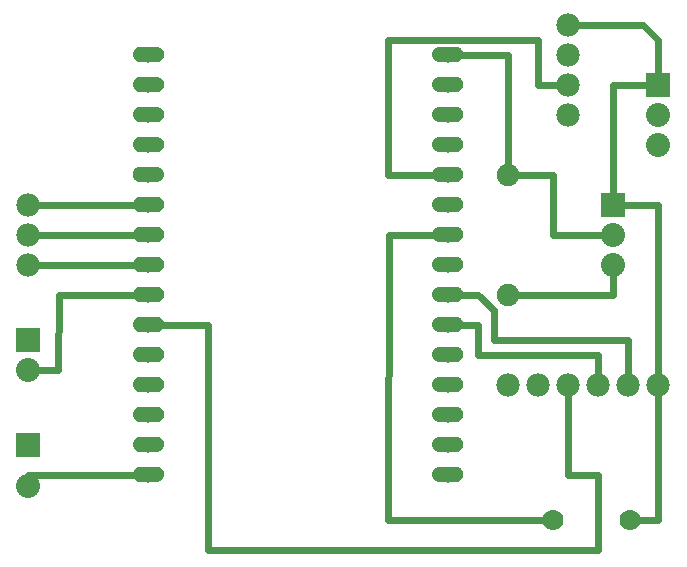
<source format=gbl>
G04 MADE WITH FRITZING*
G04 WWW.FRITZING.ORG*
G04 DOUBLE SIDED*
G04 HOLES PLATED*
G04 CONTOUR ON CENTER OF CONTOUR VECTOR*
%ASAXBY*%
%FSLAX23Y23*%
%MOIN*%
%OFA0B0*%
%SFA1.0B1.0*%
%ADD10C,0.052000*%
%ADD11C,0.078000*%
%ADD12C,0.070000*%
%ADD13C,0.080000*%
%ADD14C,0.075000*%
%ADD15R,0.080000X0.080000*%
%ADD16C,0.024000*%
%ADD17R,0.001000X0.001000*%
%LNCOPPER0*%
G90*
G70*
G54D10*
X1507Y429D03*
X1507Y529D03*
X1507Y629D03*
X1507Y729D03*
X1507Y829D03*
X1507Y929D03*
X1507Y1029D03*
X1507Y1129D03*
X1507Y1229D03*
X1507Y1329D03*
X1507Y1429D03*
X1507Y1529D03*
X1507Y1629D03*
X1507Y1729D03*
X1507Y1829D03*
X507Y1829D03*
X507Y1729D03*
X507Y1629D03*
X507Y1529D03*
X507Y1429D03*
X507Y1329D03*
X507Y1229D03*
X507Y1129D03*
X507Y1029D03*
X507Y929D03*
X507Y829D03*
X507Y729D03*
X507Y629D03*
X507Y529D03*
X507Y429D03*
G54D11*
X107Y1329D03*
X107Y1229D03*
X107Y1129D03*
X1907Y1929D03*
X1907Y1829D03*
X1907Y1729D03*
X1907Y1629D03*
X2207Y729D03*
X2107Y729D03*
X2007Y729D03*
X1907Y729D03*
X1807Y729D03*
X1707Y729D03*
G54D12*
X2112Y279D03*
X1857Y279D03*
G54D13*
X107Y879D03*
X107Y779D03*
X107Y529D03*
X107Y392D03*
G54D14*
X1707Y1029D03*
X1707Y1429D03*
G54D13*
X2207Y1729D03*
X2207Y1629D03*
X2207Y1529D03*
X2057Y1329D03*
X2057Y1229D03*
X2057Y1129D03*
G54D15*
X107Y879D03*
X107Y529D03*
X2207Y1729D03*
X2057Y1329D03*
G54D16*
X107Y1129D02*
X476Y1129D01*
D02*
X137Y1229D02*
X476Y1229D01*
D02*
X137Y1329D02*
X476Y1329D01*
D02*
X208Y1028D02*
X207Y778D01*
D02*
X207Y778D02*
X138Y779D01*
D02*
X476Y1029D02*
X208Y1028D01*
D02*
X107Y430D02*
X476Y429D01*
D02*
X107Y423D02*
X107Y430D01*
D02*
X1907Y429D02*
X1907Y699D01*
D02*
X2007Y429D02*
X1907Y429D01*
D02*
X2007Y179D02*
X2007Y429D01*
D02*
X707Y929D02*
X707Y179D01*
D02*
X707Y179D02*
X2007Y179D01*
D02*
X537Y929D02*
X707Y929D01*
D02*
X1537Y1029D02*
X1607Y1029D01*
D02*
X1607Y1029D02*
X1658Y978D01*
D02*
X1658Y978D02*
X1658Y878D01*
D02*
X1658Y878D02*
X2107Y878D01*
D02*
X2107Y878D02*
X2107Y759D01*
D02*
X1537Y929D02*
X1607Y929D01*
D02*
X1607Y929D02*
X1607Y829D01*
D02*
X1607Y829D02*
X2007Y829D01*
D02*
X2007Y829D02*
X2007Y759D01*
D02*
X2207Y278D02*
X2141Y279D01*
D02*
X2207Y699D02*
X2207Y278D01*
D02*
X1807Y1729D02*
X1876Y1729D01*
D02*
X1807Y1879D02*
X1807Y1729D01*
D02*
X1307Y1879D02*
X1807Y1879D01*
D02*
X1307Y1429D02*
X1307Y1879D01*
D02*
X1476Y1429D02*
X1307Y1429D01*
D02*
X1307Y278D02*
X1828Y279D01*
D02*
X1310Y1229D02*
X1307Y278D01*
D02*
X1476Y1229D02*
X1310Y1229D01*
D02*
X1707Y1829D02*
X1707Y1458D01*
D02*
X1537Y1829D02*
X1707Y1829D01*
D02*
X2207Y1879D02*
X2207Y1760D01*
D02*
X1937Y1929D02*
X2157Y1929D01*
D02*
X2157Y1929D02*
X2207Y1879D01*
D02*
X2057Y1029D02*
X1735Y1029D01*
D02*
X2057Y1098D02*
X2057Y1029D01*
D02*
X1857Y1229D02*
X1857Y1429D01*
D02*
X1857Y1429D02*
X1735Y1429D01*
D02*
X2025Y1229D02*
X1857Y1229D01*
D02*
X2057Y1729D02*
X2057Y1360D01*
D02*
X2175Y1729D02*
X2057Y1729D01*
D02*
X2207Y1329D02*
X2088Y1329D01*
D02*
X2207Y759D02*
X2207Y1329D01*
G54D17*
X479Y1856D02*
X536Y1856D01*
X1476Y1856D02*
X1533Y1856D01*
X474Y1855D02*
X541Y1855D01*
X1471Y1855D02*
X1538Y1855D01*
X471Y1854D02*
X543Y1854D01*
X1469Y1854D02*
X1541Y1854D01*
X470Y1853D02*
X545Y1853D01*
X1467Y1853D02*
X1543Y1853D01*
X468Y1852D02*
X547Y1852D01*
X1465Y1852D02*
X1544Y1852D01*
X466Y1851D02*
X548Y1851D01*
X1464Y1851D02*
X1546Y1851D01*
X465Y1850D02*
X550Y1850D01*
X1463Y1850D02*
X1547Y1850D01*
X464Y1849D02*
X551Y1849D01*
X1461Y1849D02*
X1548Y1849D01*
X463Y1848D02*
X552Y1848D01*
X1460Y1848D02*
X1549Y1848D01*
X462Y1847D02*
X553Y1847D01*
X1460Y1847D02*
X1550Y1847D01*
X461Y1846D02*
X505Y1846D01*
X510Y1846D02*
X553Y1846D01*
X1459Y1846D02*
X1501Y1846D01*
X1507Y1846D02*
X1551Y1846D01*
X461Y1845D02*
X501Y1845D01*
X514Y1845D02*
X554Y1845D01*
X1458Y1845D02*
X1497Y1845D01*
X1511Y1845D02*
X1552Y1845D01*
X460Y1844D02*
X499Y1844D01*
X516Y1844D02*
X555Y1844D01*
X1457Y1844D02*
X1495Y1844D01*
X1513Y1844D02*
X1552Y1844D01*
X459Y1843D02*
X497Y1843D01*
X518Y1843D02*
X555Y1843D01*
X1457Y1843D02*
X1494Y1843D01*
X1514Y1843D02*
X1553Y1843D01*
X459Y1842D02*
X496Y1842D01*
X519Y1842D02*
X556Y1842D01*
X1456Y1842D02*
X1493Y1842D01*
X1515Y1842D02*
X1553Y1842D01*
X458Y1841D02*
X495Y1841D01*
X520Y1841D02*
X556Y1841D01*
X1456Y1841D02*
X1492Y1841D01*
X1516Y1841D02*
X1554Y1841D01*
X458Y1840D02*
X494Y1840D01*
X521Y1840D02*
X557Y1840D01*
X1455Y1840D02*
X1491Y1840D01*
X1517Y1840D02*
X1554Y1840D01*
X457Y1839D02*
X493Y1839D01*
X521Y1839D02*
X557Y1839D01*
X1455Y1839D02*
X1490Y1839D01*
X1518Y1839D02*
X1555Y1839D01*
X457Y1838D02*
X493Y1838D01*
X522Y1838D02*
X558Y1838D01*
X1454Y1838D02*
X1489Y1838D01*
X1519Y1838D02*
X1555Y1838D01*
X457Y1837D02*
X492Y1837D01*
X523Y1837D02*
X558Y1837D01*
X1454Y1837D02*
X1489Y1837D01*
X1519Y1837D02*
X1555Y1837D01*
X457Y1836D02*
X492Y1836D01*
X523Y1836D02*
X558Y1836D01*
X1454Y1836D02*
X1488Y1836D01*
X1520Y1836D02*
X1556Y1836D01*
X456Y1835D02*
X492Y1835D01*
X523Y1835D02*
X558Y1835D01*
X1454Y1835D02*
X1488Y1835D01*
X1520Y1835D02*
X1556Y1835D01*
X456Y1834D02*
X491Y1834D01*
X524Y1834D02*
X559Y1834D01*
X1454Y1834D02*
X1488Y1834D01*
X1520Y1834D02*
X1556Y1834D01*
X456Y1833D02*
X491Y1833D01*
X524Y1833D02*
X559Y1833D01*
X1453Y1833D02*
X1488Y1833D01*
X1520Y1833D02*
X1556Y1833D01*
X456Y1832D02*
X491Y1832D01*
X524Y1832D02*
X559Y1832D01*
X1453Y1832D02*
X1487Y1832D01*
X1521Y1832D02*
X1556Y1832D01*
X456Y1831D02*
X491Y1831D01*
X524Y1831D02*
X559Y1831D01*
X1453Y1831D02*
X1487Y1831D01*
X1521Y1831D02*
X1556Y1831D01*
X456Y1830D02*
X491Y1830D01*
X524Y1830D02*
X559Y1830D01*
X1453Y1830D02*
X1487Y1830D01*
X1521Y1830D02*
X1556Y1830D01*
X456Y1829D02*
X491Y1829D01*
X524Y1829D02*
X559Y1829D01*
X1453Y1829D02*
X1487Y1829D01*
X1521Y1829D02*
X1556Y1829D01*
X456Y1828D02*
X491Y1828D01*
X524Y1828D02*
X559Y1828D01*
X1453Y1828D02*
X1487Y1828D01*
X1521Y1828D02*
X1556Y1828D01*
X456Y1827D02*
X491Y1827D01*
X524Y1827D02*
X559Y1827D01*
X1454Y1827D02*
X1488Y1827D01*
X1520Y1827D02*
X1556Y1827D01*
X456Y1826D02*
X491Y1826D01*
X524Y1826D02*
X558Y1826D01*
X1454Y1826D02*
X1488Y1826D01*
X1520Y1826D02*
X1556Y1826D01*
X456Y1825D02*
X492Y1825D01*
X523Y1825D02*
X558Y1825D01*
X1454Y1825D02*
X1488Y1825D01*
X1520Y1825D02*
X1556Y1825D01*
X457Y1824D02*
X492Y1824D01*
X523Y1824D02*
X558Y1824D01*
X1454Y1824D02*
X1489Y1824D01*
X1519Y1824D02*
X1555Y1824D01*
X457Y1823D02*
X492Y1823D01*
X522Y1823D02*
X558Y1823D01*
X1454Y1823D02*
X1489Y1823D01*
X1519Y1823D02*
X1555Y1823D01*
X457Y1822D02*
X493Y1822D01*
X522Y1822D02*
X557Y1822D01*
X1455Y1822D02*
X1490Y1822D01*
X1518Y1822D02*
X1555Y1822D01*
X458Y1821D02*
X494Y1821D01*
X521Y1821D02*
X557Y1821D01*
X1455Y1821D02*
X1490Y1821D01*
X1518Y1821D02*
X1555Y1821D01*
X458Y1820D02*
X494Y1820D01*
X520Y1820D02*
X557Y1820D01*
X1455Y1820D02*
X1491Y1820D01*
X1517Y1820D02*
X1554Y1820D01*
X459Y1819D02*
X495Y1819D01*
X519Y1819D02*
X556Y1819D01*
X1456Y1819D02*
X1492Y1819D01*
X1516Y1819D02*
X1554Y1819D01*
X459Y1818D02*
X496Y1818D01*
X518Y1818D02*
X556Y1818D01*
X1456Y1818D02*
X1493Y1818D01*
X1515Y1818D02*
X1553Y1818D01*
X460Y1817D02*
X498Y1817D01*
X517Y1817D02*
X555Y1817D01*
X1457Y1817D02*
X1494Y1817D01*
X1514Y1817D02*
X1553Y1817D01*
X460Y1816D02*
X499Y1816D01*
X515Y1816D02*
X555Y1816D01*
X1458Y1816D02*
X1496Y1816D01*
X1512Y1816D02*
X1552Y1816D01*
X461Y1815D02*
X502Y1815D01*
X513Y1815D02*
X554Y1815D01*
X1458Y1815D02*
X1498Y1815D01*
X1510Y1815D02*
X1551Y1815D01*
X462Y1814D02*
X553Y1814D01*
X1459Y1814D02*
X1550Y1814D01*
X463Y1813D02*
X552Y1813D01*
X1460Y1813D02*
X1550Y1813D01*
X463Y1812D02*
X551Y1812D01*
X1461Y1812D02*
X1549Y1812D01*
X465Y1811D02*
X550Y1811D01*
X1462Y1811D02*
X1548Y1811D01*
X466Y1810D02*
X549Y1810D01*
X1463Y1810D02*
X1546Y1810D01*
X467Y1809D02*
X548Y1809D01*
X1464Y1809D02*
X1545Y1809D01*
X469Y1808D02*
X546Y1808D01*
X1466Y1808D02*
X1544Y1808D01*
X470Y1807D02*
X544Y1807D01*
X1468Y1807D02*
X1542Y1807D01*
X473Y1806D02*
X542Y1806D01*
X1470Y1806D02*
X1540Y1806D01*
X476Y1805D02*
X539Y1805D01*
X1473Y1805D02*
X1536Y1805D01*
X478Y1756D02*
X536Y1756D01*
X1476Y1756D02*
X1534Y1756D01*
X474Y1755D02*
X541Y1755D01*
X1471Y1755D02*
X1538Y1755D01*
X471Y1754D02*
X543Y1754D01*
X1469Y1754D02*
X1541Y1754D01*
X470Y1753D02*
X545Y1753D01*
X1467Y1753D02*
X1543Y1753D01*
X468Y1752D02*
X547Y1752D01*
X1465Y1752D02*
X1544Y1752D01*
X466Y1751D02*
X548Y1751D01*
X1464Y1751D02*
X1546Y1751D01*
X465Y1750D02*
X550Y1750D01*
X1463Y1750D02*
X1547Y1750D01*
X464Y1749D02*
X551Y1749D01*
X1461Y1749D02*
X1548Y1749D01*
X463Y1748D02*
X552Y1748D01*
X1460Y1748D02*
X1549Y1748D01*
X462Y1747D02*
X553Y1747D01*
X1460Y1747D02*
X1550Y1747D01*
X461Y1746D02*
X504Y1746D01*
X510Y1746D02*
X553Y1746D01*
X1459Y1746D02*
X1501Y1746D01*
X1507Y1746D02*
X1551Y1746D01*
X461Y1745D02*
X501Y1745D01*
X514Y1745D02*
X554Y1745D01*
X1458Y1745D02*
X1497Y1745D01*
X1511Y1745D02*
X1552Y1745D01*
X460Y1744D02*
X499Y1744D01*
X516Y1744D02*
X555Y1744D01*
X1457Y1744D02*
X1495Y1744D01*
X1513Y1744D02*
X1552Y1744D01*
X459Y1743D02*
X497Y1743D01*
X518Y1743D02*
X555Y1743D01*
X1457Y1743D02*
X1494Y1743D01*
X1514Y1743D02*
X1553Y1743D01*
X459Y1742D02*
X496Y1742D01*
X519Y1742D02*
X556Y1742D01*
X1456Y1742D02*
X1493Y1742D01*
X1515Y1742D02*
X1553Y1742D01*
X458Y1741D02*
X495Y1741D01*
X520Y1741D02*
X556Y1741D01*
X1456Y1741D02*
X1492Y1741D01*
X1516Y1741D02*
X1554Y1741D01*
X458Y1740D02*
X494Y1740D01*
X521Y1740D02*
X557Y1740D01*
X1455Y1740D02*
X1491Y1740D01*
X1517Y1740D02*
X1554Y1740D01*
X457Y1739D02*
X493Y1739D01*
X521Y1739D02*
X557Y1739D01*
X1455Y1739D02*
X1490Y1739D01*
X1518Y1739D02*
X1555Y1739D01*
X457Y1738D02*
X493Y1738D01*
X522Y1738D02*
X558Y1738D01*
X1454Y1738D02*
X1489Y1738D01*
X1519Y1738D02*
X1555Y1738D01*
X457Y1737D02*
X492Y1737D01*
X523Y1737D02*
X558Y1737D01*
X1454Y1737D02*
X1489Y1737D01*
X1519Y1737D02*
X1555Y1737D01*
X457Y1736D02*
X492Y1736D01*
X523Y1736D02*
X558Y1736D01*
X1454Y1736D02*
X1488Y1736D01*
X1520Y1736D02*
X1556Y1736D01*
X456Y1735D02*
X491Y1735D01*
X523Y1735D02*
X558Y1735D01*
X1454Y1735D02*
X1488Y1735D01*
X1520Y1735D02*
X1556Y1735D01*
X456Y1734D02*
X491Y1734D01*
X524Y1734D02*
X559Y1734D01*
X1454Y1734D02*
X1488Y1734D01*
X1520Y1734D02*
X1556Y1734D01*
X456Y1733D02*
X491Y1733D01*
X524Y1733D02*
X559Y1733D01*
X1453Y1733D02*
X1488Y1733D01*
X1520Y1733D02*
X1556Y1733D01*
X456Y1732D02*
X491Y1732D01*
X524Y1732D02*
X559Y1732D01*
X1453Y1732D02*
X1487Y1732D01*
X1521Y1732D02*
X1556Y1732D01*
X456Y1731D02*
X491Y1731D01*
X524Y1731D02*
X559Y1731D01*
X1453Y1731D02*
X1487Y1731D01*
X1521Y1731D02*
X1556Y1731D01*
X456Y1730D02*
X491Y1730D01*
X524Y1730D02*
X559Y1730D01*
X1453Y1730D02*
X1487Y1730D01*
X1521Y1730D02*
X1556Y1730D01*
X456Y1729D02*
X491Y1729D01*
X524Y1729D02*
X559Y1729D01*
X1453Y1729D02*
X1487Y1729D01*
X1521Y1729D02*
X1556Y1729D01*
X456Y1728D02*
X491Y1728D01*
X524Y1728D02*
X559Y1728D01*
X1453Y1728D02*
X1488Y1728D01*
X1521Y1728D02*
X1556Y1728D01*
X456Y1727D02*
X491Y1727D01*
X524Y1727D02*
X559Y1727D01*
X1454Y1727D02*
X1488Y1727D01*
X1520Y1727D02*
X1556Y1727D01*
X456Y1726D02*
X491Y1726D01*
X523Y1726D02*
X558Y1726D01*
X1454Y1726D02*
X1488Y1726D01*
X1520Y1726D02*
X1556Y1726D01*
X456Y1725D02*
X492Y1725D01*
X523Y1725D02*
X558Y1725D01*
X1454Y1725D02*
X1488Y1725D01*
X1520Y1725D02*
X1556Y1725D01*
X457Y1724D02*
X492Y1724D01*
X523Y1724D02*
X558Y1724D01*
X1454Y1724D02*
X1489Y1724D01*
X1519Y1724D02*
X1556Y1724D01*
X457Y1723D02*
X492Y1723D01*
X522Y1723D02*
X558Y1723D01*
X1454Y1723D02*
X1489Y1723D01*
X1519Y1723D02*
X1555Y1723D01*
X457Y1722D02*
X493Y1722D01*
X522Y1722D02*
X557Y1722D01*
X1455Y1722D02*
X1490Y1722D01*
X1518Y1722D02*
X1555Y1722D01*
X458Y1721D02*
X494Y1721D01*
X521Y1721D02*
X557Y1721D01*
X1455Y1721D02*
X1490Y1721D01*
X1518Y1721D02*
X1555Y1721D01*
X458Y1720D02*
X494Y1720D01*
X520Y1720D02*
X557Y1720D01*
X1455Y1720D02*
X1491Y1720D01*
X1517Y1720D02*
X1554Y1720D01*
X459Y1719D02*
X495Y1719D01*
X519Y1719D02*
X556Y1719D01*
X1456Y1719D02*
X1492Y1719D01*
X1516Y1719D02*
X1554Y1719D01*
X459Y1718D02*
X496Y1718D01*
X518Y1718D02*
X556Y1718D01*
X1457Y1718D02*
X1493Y1718D01*
X1515Y1718D02*
X1553Y1718D01*
X460Y1717D02*
X498Y1717D01*
X517Y1717D02*
X555Y1717D01*
X1457Y1717D02*
X1494Y1717D01*
X1514Y1717D02*
X1553Y1717D01*
X460Y1716D02*
X499Y1716D01*
X515Y1716D02*
X555Y1716D01*
X1458Y1716D02*
X1496Y1716D01*
X1512Y1716D02*
X1552Y1716D01*
X461Y1715D02*
X502Y1715D01*
X513Y1715D02*
X554Y1715D01*
X1458Y1715D02*
X1499Y1715D01*
X1510Y1715D02*
X1551Y1715D01*
X462Y1714D02*
X553Y1714D01*
X1459Y1714D02*
X1550Y1714D01*
X463Y1713D02*
X552Y1713D01*
X1460Y1713D02*
X1550Y1713D01*
X463Y1712D02*
X551Y1712D01*
X1461Y1712D02*
X1549Y1712D01*
X465Y1711D02*
X550Y1711D01*
X1462Y1711D02*
X1548Y1711D01*
X466Y1710D02*
X549Y1710D01*
X1463Y1710D02*
X1546Y1710D01*
X467Y1709D02*
X548Y1709D01*
X1464Y1709D02*
X1545Y1709D01*
X469Y1708D02*
X546Y1708D01*
X1466Y1708D02*
X1544Y1708D01*
X471Y1707D02*
X544Y1707D01*
X1468Y1707D02*
X1542Y1707D01*
X473Y1706D02*
X542Y1706D01*
X1470Y1706D02*
X1540Y1706D01*
X476Y1705D02*
X539Y1705D01*
X1473Y1705D02*
X1536Y1705D01*
X478Y1656D02*
X536Y1656D01*
X1476Y1656D02*
X1534Y1656D01*
X474Y1655D02*
X541Y1655D01*
X1471Y1655D02*
X1538Y1655D01*
X471Y1654D02*
X543Y1654D01*
X1469Y1654D02*
X1541Y1654D01*
X469Y1653D02*
X545Y1653D01*
X1467Y1653D02*
X1543Y1653D01*
X468Y1652D02*
X547Y1652D01*
X1465Y1652D02*
X1544Y1652D01*
X466Y1651D02*
X548Y1651D01*
X1464Y1651D02*
X1546Y1651D01*
X465Y1650D02*
X550Y1650D01*
X1463Y1650D02*
X1547Y1650D01*
X464Y1649D02*
X551Y1649D01*
X1461Y1649D02*
X1548Y1649D01*
X463Y1648D02*
X552Y1648D01*
X1460Y1648D02*
X1549Y1648D01*
X462Y1647D02*
X553Y1647D01*
X1460Y1647D02*
X1550Y1647D01*
X461Y1646D02*
X504Y1646D01*
X511Y1646D02*
X553Y1646D01*
X1459Y1646D02*
X1501Y1646D01*
X1507Y1646D02*
X1551Y1646D01*
X461Y1645D02*
X501Y1645D01*
X514Y1645D02*
X554Y1645D01*
X1458Y1645D02*
X1497Y1645D01*
X1511Y1645D02*
X1552Y1645D01*
X460Y1644D02*
X499Y1644D01*
X516Y1644D02*
X555Y1644D01*
X1457Y1644D02*
X1495Y1644D01*
X1513Y1644D02*
X1552Y1644D01*
X459Y1643D02*
X497Y1643D01*
X518Y1643D02*
X555Y1643D01*
X1457Y1643D02*
X1494Y1643D01*
X1514Y1643D02*
X1553Y1643D01*
X459Y1642D02*
X496Y1642D01*
X519Y1642D02*
X556Y1642D01*
X1456Y1642D02*
X1493Y1642D01*
X1515Y1642D02*
X1553Y1642D01*
X458Y1641D02*
X495Y1641D01*
X520Y1641D02*
X556Y1641D01*
X1456Y1641D02*
X1492Y1641D01*
X1516Y1641D02*
X1554Y1641D01*
X458Y1640D02*
X494Y1640D01*
X521Y1640D02*
X557Y1640D01*
X1455Y1640D02*
X1491Y1640D01*
X1517Y1640D02*
X1554Y1640D01*
X457Y1639D02*
X493Y1639D01*
X521Y1639D02*
X557Y1639D01*
X1455Y1639D02*
X1490Y1639D01*
X1518Y1639D02*
X1555Y1639D01*
X457Y1638D02*
X493Y1638D01*
X522Y1638D02*
X558Y1638D01*
X1454Y1638D02*
X1489Y1638D01*
X1519Y1638D02*
X1555Y1638D01*
X457Y1637D02*
X492Y1637D01*
X523Y1637D02*
X558Y1637D01*
X1454Y1637D02*
X1489Y1637D01*
X1519Y1637D02*
X1555Y1637D01*
X457Y1636D02*
X492Y1636D01*
X523Y1636D02*
X558Y1636D01*
X1454Y1636D02*
X1488Y1636D01*
X1520Y1636D02*
X1556Y1636D01*
X456Y1635D02*
X491Y1635D01*
X523Y1635D02*
X558Y1635D01*
X1454Y1635D02*
X1488Y1635D01*
X1520Y1635D02*
X1556Y1635D01*
X456Y1634D02*
X491Y1634D01*
X524Y1634D02*
X559Y1634D01*
X1454Y1634D02*
X1488Y1634D01*
X1520Y1634D02*
X1556Y1634D01*
X456Y1633D02*
X491Y1633D01*
X524Y1633D02*
X559Y1633D01*
X1453Y1633D02*
X1488Y1633D01*
X1520Y1633D02*
X1556Y1633D01*
X456Y1632D02*
X491Y1632D01*
X524Y1632D02*
X559Y1632D01*
X1453Y1632D02*
X1487Y1632D01*
X1521Y1632D02*
X1556Y1632D01*
X456Y1631D02*
X491Y1631D01*
X524Y1631D02*
X559Y1631D01*
X1453Y1631D02*
X1487Y1631D01*
X1521Y1631D02*
X1556Y1631D01*
X456Y1630D02*
X491Y1630D01*
X524Y1630D02*
X559Y1630D01*
X1453Y1630D02*
X1487Y1630D01*
X1521Y1630D02*
X1556Y1630D01*
X456Y1629D02*
X491Y1629D01*
X524Y1629D02*
X559Y1629D01*
X1453Y1629D02*
X1487Y1629D01*
X1521Y1629D02*
X1556Y1629D01*
X456Y1628D02*
X491Y1628D01*
X524Y1628D02*
X559Y1628D01*
X1453Y1628D02*
X1488Y1628D01*
X1521Y1628D02*
X1556Y1628D01*
X456Y1627D02*
X491Y1627D01*
X524Y1627D02*
X559Y1627D01*
X1454Y1627D02*
X1488Y1627D01*
X1520Y1627D02*
X1556Y1627D01*
X456Y1626D02*
X491Y1626D01*
X523Y1626D02*
X558Y1626D01*
X1454Y1626D02*
X1488Y1626D01*
X1520Y1626D02*
X1556Y1626D01*
X456Y1625D02*
X492Y1625D01*
X523Y1625D02*
X558Y1625D01*
X1454Y1625D02*
X1488Y1625D01*
X1520Y1625D02*
X1556Y1625D01*
X457Y1624D02*
X492Y1624D01*
X523Y1624D02*
X558Y1624D01*
X1454Y1624D02*
X1489Y1624D01*
X1519Y1624D02*
X1555Y1624D01*
X457Y1623D02*
X492Y1623D01*
X522Y1623D02*
X558Y1623D01*
X1454Y1623D02*
X1489Y1623D01*
X1519Y1623D02*
X1555Y1623D01*
X457Y1622D02*
X493Y1622D01*
X522Y1622D02*
X557Y1622D01*
X1455Y1622D02*
X1490Y1622D01*
X1518Y1622D02*
X1555Y1622D01*
X458Y1621D02*
X494Y1621D01*
X521Y1621D02*
X557Y1621D01*
X1455Y1621D02*
X1490Y1621D01*
X1518Y1621D02*
X1554Y1621D01*
X458Y1620D02*
X494Y1620D01*
X520Y1620D02*
X557Y1620D01*
X1455Y1620D02*
X1491Y1620D01*
X1517Y1620D02*
X1554Y1620D01*
X459Y1619D02*
X495Y1619D01*
X519Y1619D02*
X556Y1619D01*
X1456Y1619D02*
X1492Y1619D01*
X1516Y1619D02*
X1554Y1619D01*
X459Y1618D02*
X496Y1618D01*
X518Y1618D02*
X556Y1618D01*
X1457Y1618D02*
X1493Y1618D01*
X1515Y1618D02*
X1553Y1618D01*
X460Y1617D02*
X498Y1617D01*
X517Y1617D02*
X555Y1617D01*
X1457Y1617D02*
X1494Y1617D01*
X1514Y1617D02*
X1552Y1617D01*
X460Y1616D02*
X500Y1616D01*
X515Y1616D02*
X555Y1616D01*
X1458Y1616D02*
X1496Y1616D01*
X1512Y1616D02*
X1552Y1616D01*
X461Y1615D02*
X502Y1615D01*
X513Y1615D02*
X554Y1615D01*
X1458Y1615D02*
X1499Y1615D01*
X1509Y1615D02*
X1551Y1615D01*
X462Y1614D02*
X553Y1614D01*
X1459Y1614D02*
X1550Y1614D01*
X463Y1613D02*
X552Y1613D01*
X1460Y1613D02*
X1550Y1613D01*
X463Y1612D02*
X551Y1612D01*
X1461Y1612D02*
X1549Y1612D01*
X465Y1611D02*
X550Y1611D01*
X1462Y1611D02*
X1548Y1611D01*
X466Y1610D02*
X549Y1610D01*
X1463Y1610D02*
X1546Y1610D01*
X467Y1609D02*
X548Y1609D01*
X1464Y1609D02*
X1545Y1609D01*
X469Y1608D02*
X546Y1608D01*
X1466Y1608D02*
X1543Y1608D01*
X471Y1607D02*
X544Y1607D01*
X1468Y1607D02*
X1542Y1607D01*
X473Y1606D02*
X542Y1606D01*
X1470Y1606D02*
X1539Y1606D01*
X476Y1605D02*
X539Y1605D01*
X1473Y1605D02*
X1536Y1605D01*
X478Y1556D02*
X537Y1556D01*
X1475Y1556D02*
X1534Y1556D01*
X474Y1555D02*
X541Y1555D01*
X1471Y1555D02*
X1538Y1555D01*
X471Y1554D02*
X543Y1554D01*
X1469Y1554D02*
X1541Y1554D01*
X469Y1553D02*
X545Y1553D01*
X1467Y1553D02*
X1543Y1553D01*
X468Y1552D02*
X547Y1552D01*
X1465Y1552D02*
X1545Y1552D01*
X466Y1551D02*
X548Y1551D01*
X1464Y1551D02*
X1546Y1551D01*
X465Y1550D02*
X550Y1550D01*
X1462Y1550D02*
X1547Y1550D01*
X464Y1549D02*
X551Y1549D01*
X1461Y1549D02*
X1548Y1549D01*
X463Y1548D02*
X552Y1548D01*
X1460Y1548D02*
X1549Y1548D01*
X462Y1547D02*
X553Y1547D01*
X1460Y1547D02*
X1550Y1547D01*
X461Y1546D02*
X504Y1546D01*
X511Y1546D02*
X553Y1546D01*
X1459Y1546D02*
X1501Y1546D01*
X1508Y1546D02*
X1551Y1546D01*
X460Y1545D02*
X500Y1545D01*
X514Y1545D02*
X554Y1545D01*
X1458Y1545D02*
X1497Y1545D01*
X1511Y1545D02*
X1552Y1545D01*
X460Y1544D02*
X498Y1544D01*
X516Y1544D02*
X555Y1544D01*
X1457Y1544D02*
X1495Y1544D01*
X1513Y1544D02*
X1552Y1544D01*
X459Y1543D02*
X497Y1543D01*
X518Y1543D02*
X555Y1543D01*
X1457Y1543D02*
X1494Y1543D01*
X1515Y1543D02*
X1553Y1543D01*
X459Y1542D02*
X496Y1542D01*
X519Y1542D02*
X556Y1542D01*
X1456Y1542D02*
X1492Y1542D01*
X1516Y1542D02*
X1553Y1542D01*
X458Y1541D02*
X495Y1541D01*
X520Y1541D02*
X556Y1541D01*
X1456Y1541D02*
X1491Y1541D01*
X1517Y1541D02*
X1554Y1541D01*
X458Y1540D02*
X494Y1540D01*
X521Y1540D02*
X557Y1540D01*
X1455Y1540D02*
X1491Y1540D01*
X1518Y1540D02*
X1554Y1540D01*
X457Y1539D02*
X493Y1539D01*
X522Y1539D02*
X557Y1539D01*
X1455Y1539D02*
X1490Y1539D01*
X1518Y1539D02*
X1555Y1539D01*
X457Y1538D02*
X493Y1538D01*
X522Y1538D02*
X558Y1538D01*
X1454Y1538D02*
X1489Y1538D01*
X1519Y1538D02*
X1555Y1538D01*
X457Y1537D02*
X492Y1537D01*
X523Y1537D02*
X558Y1537D01*
X1454Y1537D02*
X1489Y1537D01*
X1519Y1537D02*
X1555Y1537D01*
X457Y1536D02*
X492Y1536D01*
X523Y1536D02*
X558Y1536D01*
X1454Y1536D02*
X1488Y1536D01*
X1520Y1536D02*
X1556Y1536D01*
X456Y1535D02*
X491Y1535D01*
X523Y1535D02*
X558Y1535D01*
X1454Y1535D02*
X1488Y1535D01*
X1520Y1535D02*
X1556Y1535D01*
X456Y1534D02*
X491Y1534D01*
X524Y1534D02*
X559Y1534D01*
X1454Y1534D02*
X1488Y1534D01*
X1520Y1534D02*
X1556Y1534D01*
X456Y1533D02*
X491Y1533D01*
X524Y1533D02*
X559Y1533D01*
X1453Y1533D02*
X1487Y1533D01*
X1521Y1533D02*
X1556Y1533D01*
X456Y1532D02*
X491Y1532D01*
X524Y1532D02*
X559Y1532D01*
X1453Y1532D02*
X1487Y1532D01*
X1521Y1532D02*
X1556Y1532D01*
X456Y1531D02*
X491Y1531D01*
X524Y1531D02*
X559Y1531D01*
X1453Y1531D02*
X1487Y1531D01*
X1521Y1531D02*
X1556Y1531D01*
X456Y1530D02*
X491Y1530D01*
X524Y1530D02*
X559Y1530D01*
X1453Y1530D02*
X1487Y1530D01*
X1521Y1530D02*
X1556Y1530D01*
X456Y1529D02*
X491Y1529D01*
X524Y1529D02*
X559Y1529D01*
X1453Y1529D02*
X1487Y1529D01*
X1521Y1529D02*
X1556Y1529D01*
X456Y1528D02*
X491Y1528D01*
X524Y1528D02*
X559Y1528D01*
X1453Y1528D02*
X1487Y1528D01*
X1521Y1528D02*
X1556Y1528D01*
X456Y1527D02*
X491Y1527D01*
X524Y1527D02*
X559Y1527D01*
X1454Y1527D02*
X1488Y1527D01*
X1520Y1527D02*
X1556Y1527D01*
X456Y1526D02*
X491Y1526D01*
X524Y1526D02*
X558Y1526D01*
X1454Y1526D02*
X1488Y1526D01*
X1520Y1526D02*
X1556Y1526D01*
X456Y1525D02*
X492Y1525D01*
X523Y1525D02*
X558Y1525D01*
X1454Y1525D02*
X1488Y1525D01*
X1520Y1525D02*
X1556Y1525D01*
X457Y1524D02*
X492Y1524D01*
X523Y1524D02*
X558Y1524D01*
X1454Y1524D02*
X1489Y1524D01*
X1520Y1524D02*
X1555Y1524D01*
X457Y1523D02*
X492Y1523D01*
X522Y1523D02*
X558Y1523D01*
X1454Y1523D02*
X1489Y1523D01*
X1519Y1523D02*
X1555Y1523D01*
X457Y1522D02*
X493Y1522D01*
X522Y1522D02*
X557Y1522D01*
X1455Y1522D02*
X1490Y1522D01*
X1519Y1522D02*
X1555Y1522D01*
X458Y1521D02*
X494Y1521D01*
X521Y1521D02*
X557Y1521D01*
X1455Y1521D02*
X1490Y1521D01*
X1518Y1521D02*
X1555Y1521D01*
X458Y1520D02*
X494Y1520D01*
X520Y1520D02*
X557Y1520D01*
X1455Y1520D02*
X1491Y1520D01*
X1517Y1520D02*
X1554Y1520D01*
X459Y1519D02*
X495Y1519D01*
X520Y1519D02*
X556Y1519D01*
X1456Y1519D02*
X1492Y1519D01*
X1516Y1519D02*
X1554Y1519D01*
X459Y1518D02*
X496Y1518D01*
X518Y1518D02*
X556Y1518D01*
X1457Y1518D02*
X1493Y1518D01*
X1515Y1518D02*
X1553Y1518D01*
X460Y1517D02*
X498Y1517D01*
X517Y1517D02*
X555Y1517D01*
X1457Y1517D02*
X1494Y1517D01*
X1514Y1517D02*
X1553Y1517D01*
X460Y1516D02*
X499Y1516D01*
X515Y1516D02*
X554Y1516D01*
X1458Y1516D02*
X1496Y1516D01*
X1512Y1516D02*
X1552Y1516D01*
X461Y1515D02*
X502Y1515D01*
X513Y1515D02*
X554Y1515D01*
X1458Y1515D02*
X1499Y1515D01*
X1509Y1515D02*
X1551Y1515D01*
X462Y1514D02*
X553Y1514D01*
X1459Y1514D02*
X1550Y1514D01*
X463Y1513D02*
X552Y1513D01*
X1460Y1513D02*
X1550Y1513D01*
X464Y1512D02*
X551Y1512D01*
X1461Y1512D02*
X1549Y1512D01*
X465Y1511D02*
X550Y1511D01*
X1462Y1511D02*
X1548Y1511D01*
X466Y1510D02*
X549Y1510D01*
X1463Y1510D02*
X1546Y1510D01*
X467Y1509D02*
X548Y1509D01*
X1465Y1509D02*
X1545Y1509D01*
X469Y1508D02*
X546Y1508D01*
X1466Y1508D02*
X1543Y1508D01*
X471Y1507D02*
X544Y1507D01*
X1468Y1507D02*
X1542Y1507D01*
X473Y1506D02*
X542Y1506D01*
X1470Y1506D02*
X1539Y1506D01*
X476Y1505D02*
X539Y1505D01*
X1474Y1505D02*
X1536Y1505D01*
X477Y1456D02*
X536Y1456D01*
X1475Y1456D02*
X1534Y1456D01*
X473Y1455D02*
X540Y1455D01*
X1471Y1455D02*
X1538Y1455D01*
X470Y1454D02*
X542Y1454D01*
X1469Y1454D02*
X1541Y1454D01*
X468Y1453D02*
X544Y1453D01*
X1467Y1453D02*
X1543Y1453D01*
X467Y1452D02*
X546Y1452D01*
X1465Y1452D02*
X1545Y1452D01*
X465Y1451D02*
X547Y1451D01*
X1464Y1451D02*
X1546Y1451D01*
X464Y1450D02*
X549Y1450D01*
X1462Y1450D02*
X1547Y1450D01*
X463Y1449D02*
X550Y1449D01*
X1461Y1449D02*
X1548Y1449D01*
X462Y1448D02*
X551Y1448D01*
X1460Y1448D02*
X1549Y1448D01*
X461Y1447D02*
X552Y1447D01*
X1459Y1447D02*
X1550Y1447D01*
X460Y1446D02*
X503Y1446D01*
X510Y1446D02*
X552Y1446D01*
X1459Y1446D02*
X1501Y1446D01*
X1507Y1446D02*
X1551Y1446D01*
X459Y1445D02*
X500Y1445D01*
X513Y1445D02*
X553Y1445D01*
X1458Y1445D02*
X1497Y1445D01*
X1511Y1445D02*
X1552Y1445D01*
X459Y1444D02*
X498Y1444D01*
X515Y1444D02*
X554Y1444D01*
X1457Y1444D02*
X1495Y1444D01*
X1513Y1444D02*
X1552Y1444D01*
X458Y1443D02*
X496Y1443D01*
X516Y1443D02*
X554Y1443D01*
X1457Y1443D02*
X1494Y1443D01*
X1514Y1443D02*
X1553Y1443D01*
X458Y1442D02*
X495Y1442D01*
X518Y1442D02*
X555Y1442D01*
X1456Y1442D02*
X1493Y1442D01*
X1515Y1442D02*
X1553Y1442D01*
X457Y1441D02*
X494Y1441D01*
X519Y1441D02*
X555Y1441D01*
X1456Y1441D02*
X1492Y1441D01*
X1516Y1441D02*
X1554Y1441D01*
X457Y1440D02*
X493Y1440D01*
X520Y1440D02*
X556Y1440D01*
X1455Y1440D02*
X1491Y1440D01*
X1517Y1440D02*
X1554Y1440D01*
X456Y1439D02*
X492Y1439D01*
X520Y1439D02*
X556Y1439D01*
X1455Y1439D02*
X1490Y1439D01*
X1518Y1439D02*
X1555Y1439D01*
X456Y1438D02*
X492Y1438D01*
X521Y1438D02*
X557Y1438D01*
X1454Y1438D02*
X1490Y1438D01*
X1518Y1438D02*
X1555Y1438D01*
X456Y1437D02*
X491Y1437D01*
X521Y1437D02*
X557Y1437D01*
X1454Y1437D02*
X1489Y1437D01*
X1519Y1437D02*
X1555Y1437D01*
X456Y1436D02*
X491Y1436D01*
X522Y1436D02*
X557Y1436D01*
X1454Y1436D02*
X1489Y1436D01*
X1519Y1436D02*
X1556Y1436D01*
X455Y1435D02*
X491Y1435D01*
X522Y1435D02*
X557Y1435D01*
X1454Y1435D02*
X1488Y1435D01*
X1520Y1435D02*
X1556Y1435D01*
X455Y1434D02*
X490Y1434D01*
X522Y1434D02*
X558Y1434D01*
X1454Y1434D02*
X1488Y1434D01*
X1520Y1434D02*
X1556Y1434D01*
X455Y1433D02*
X490Y1433D01*
X523Y1433D02*
X558Y1433D01*
X1453Y1433D02*
X1488Y1433D01*
X1520Y1433D02*
X1556Y1433D01*
X455Y1432D02*
X490Y1432D01*
X523Y1432D02*
X558Y1432D01*
X1453Y1432D02*
X1488Y1432D01*
X1520Y1432D02*
X1556Y1432D01*
X455Y1431D02*
X490Y1431D01*
X523Y1431D02*
X558Y1431D01*
X1453Y1431D02*
X1488Y1431D01*
X1520Y1431D02*
X1556Y1431D01*
X455Y1430D02*
X490Y1430D01*
X523Y1430D02*
X558Y1430D01*
X1453Y1430D02*
X1488Y1430D01*
X1520Y1430D02*
X1556Y1430D01*
X455Y1429D02*
X490Y1429D01*
X523Y1429D02*
X558Y1429D01*
X1453Y1429D02*
X1488Y1429D01*
X1520Y1429D02*
X1556Y1429D01*
X455Y1428D02*
X490Y1428D01*
X523Y1428D02*
X558Y1428D01*
X1453Y1428D02*
X1488Y1428D01*
X1520Y1428D02*
X1556Y1428D01*
X455Y1427D02*
X490Y1427D01*
X522Y1427D02*
X558Y1427D01*
X1454Y1427D02*
X1488Y1427D01*
X1520Y1427D02*
X1556Y1427D01*
X455Y1426D02*
X491Y1426D01*
X522Y1426D02*
X557Y1426D01*
X1454Y1426D02*
X1488Y1426D01*
X1520Y1426D02*
X1556Y1426D01*
X455Y1425D02*
X491Y1425D01*
X522Y1425D02*
X557Y1425D01*
X1454Y1425D02*
X1488Y1425D01*
X1520Y1425D02*
X1556Y1425D01*
X456Y1424D02*
X491Y1424D01*
X522Y1424D02*
X557Y1424D01*
X1454Y1424D02*
X1489Y1424D01*
X1519Y1424D02*
X1555Y1424D01*
X456Y1423D02*
X492Y1423D01*
X521Y1423D02*
X557Y1423D01*
X1454Y1423D02*
X1489Y1423D01*
X1519Y1423D02*
X1555Y1423D01*
X456Y1422D02*
X492Y1422D01*
X520Y1422D02*
X556Y1422D01*
X1455Y1422D02*
X1490Y1422D01*
X1518Y1422D02*
X1555Y1422D01*
X457Y1421D02*
X493Y1421D01*
X520Y1421D02*
X556Y1421D01*
X1455Y1421D02*
X1491Y1421D01*
X1517Y1421D02*
X1554Y1421D01*
X457Y1420D02*
X494Y1420D01*
X519Y1420D02*
X556Y1420D01*
X1455Y1420D02*
X1491Y1420D01*
X1517Y1420D02*
X1554Y1420D01*
X458Y1419D02*
X495Y1419D01*
X518Y1419D02*
X555Y1419D01*
X1456Y1419D02*
X1492Y1419D01*
X1516Y1419D02*
X1554Y1419D01*
X458Y1418D02*
X496Y1418D01*
X517Y1418D02*
X555Y1418D01*
X1457Y1418D02*
X1493Y1418D01*
X1515Y1418D02*
X1553Y1418D01*
X459Y1417D02*
X497Y1417D01*
X516Y1417D02*
X554Y1417D01*
X1457Y1417D02*
X1495Y1417D01*
X1513Y1417D02*
X1552Y1417D01*
X459Y1416D02*
X499Y1416D01*
X514Y1416D02*
X553Y1416D01*
X1458Y1416D02*
X1497Y1416D01*
X1512Y1416D02*
X1552Y1416D01*
X460Y1415D02*
X502Y1415D01*
X511Y1415D02*
X553Y1415D01*
X1458Y1415D02*
X1499Y1415D01*
X1509Y1415D02*
X1551Y1415D01*
X461Y1414D02*
X552Y1414D01*
X1459Y1414D02*
X1550Y1414D01*
X462Y1413D02*
X551Y1413D01*
X1460Y1413D02*
X1549Y1413D01*
X463Y1412D02*
X550Y1412D01*
X1461Y1412D02*
X1549Y1412D01*
X464Y1411D02*
X549Y1411D01*
X1462Y1411D02*
X1547Y1411D01*
X465Y1410D02*
X548Y1410D01*
X1463Y1410D02*
X1546Y1410D01*
X466Y1409D02*
X547Y1409D01*
X1465Y1409D02*
X1545Y1409D01*
X468Y1408D02*
X545Y1408D01*
X1466Y1408D02*
X1543Y1408D01*
X470Y1407D02*
X543Y1407D01*
X1468Y1407D02*
X1541Y1407D01*
X472Y1406D02*
X541Y1406D01*
X1470Y1406D02*
X1539Y1406D01*
X475Y1405D02*
X537Y1405D01*
X1474Y1405D02*
X1536Y1405D01*
X478Y1356D02*
X537Y1356D01*
X1475Y1356D02*
X1534Y1356D01*
X474Y1355D02*
X541Y1355D01*
X1471Y1355D02*
X1539Y1355D01*
X471Y1354D02*
X544Y1354D01*
X1469Y1354D02*
X1541Y1354D01*
X469Y1353D02*
X545Y1353D01*
X1467Y1353D02*
X1543Y1353D01*
X467Y1352D02*
X547Y1352D01*
X1465Y1352D02*
X1545Y1352D01*
X466Y1351D02*
X549Y1351D01*
X1464Y1351D02*
X1546Y1351D01*
X465Y1350D02*
X550Y1350D01*
X1462Y1350D02*
X1547Y1350D01*
X464Y1349D02*
X551Y1349D01*
X1461Y1349D02*
X1548Y1349D01*
X463Y1348D02*
X552Y1348D01*
X1460Y1348D02*
X1549Y1348D01*
X462Y1347D02*
X553Y1347D01*
X1459Y1347D02*
X1550Y1347D01*
X461Y1346D02*
X504Y1346D01*
X511Y1346D02*
X554Y1346D01*
X1459Y1346D02*
X1500Y1346D01*
X1508Y1346D02*
X1551Y1346D01*
X460Y1345D02*
X501Y1345D01*
X514Y1345D02*
X554Y1345D01*
X1458Y1345D02*
X1497Y1345D01*
X1511Y1345D02*
X1552Y1345D01*
X460Y1344D02*
X499Y1344D01*
X516Y1344D02*
X555Y1344D01*
X1457Y1344D02*
X1495Y1344D01*
X1513Y1344D02*
X1552Y1344D01*
X459Y1343D02*
X497Y1343D01*
X518Y1343D02*
X555Y1343D01*
X1457Y1343D02*
X1494Y1343D01*
X1514Y1343D02*
X1553Y1343D01*
X459Y1342D02*
X496Y1342D01*
X519Y1342D02*
X556Y1342D01*
X1456Y1342D02*
X1493Y1342D01*
X1515Y1342D02*
X1553Y1342D01*
X458Y1341D02*
X495Y1341D01*
X520Y1341D02*
X557Y1341D01*
X1456Y1341D02*
X1492Y1341D01*
X1516Y1341D02*
X1554Y1341D01*
X458Y1340D02*
X494Y1340D01*
X521Y1340D02*
X557Y1340D01*
X1455Y1340D02*
X1491Y1340D01*
X1517Y1340D02*
X1554Y1340D01*
X457Y1339D02*
X493Y1339D01*
X521Y1339D02*
X557Y1339D01*
X1455Y1339D02*
X1490Y1339D01*
X1518Y1339D02*
X1555Y1339D01*
X457Y1338D02*
X493Y1338D01*
X522Y1338D02*
X558Y1338D01*
X1454Y1338D02*
X1490Y1338D01*
X1518Y1338D02*
X1555Y1338D01*
X457Y1337D02*
X492Y1337D01*
X522Y1337D02*
X558Y1337D01*
X1454Y1337D02*
X1489Y1337D01*
X1519Y1337D02*
X1555Y1337D01*
X457Y1336D02*
X492Y1336D01*
X523Y1336D02*
X558Y1336D01*
X1454Y1336D02*
X1489Y1336D01*
X1519Y1336D02*
X1556Y1336D01*
X456Y1335D02*
X492Y1335D01*
X523Y1335D02*
X558Y1335D01*
X1454Y1335D02*
X1488Y1335D01*
X1520Y1335D02*
X1556Y1335D01*
X456Y1334D02*
X491Y1334D01*
X523Y1334D02*
X559Y1334D01*
X1454Y1334D02*
X1488Y1334D01*
X1520Y1334D02*
X1556Y1334D01*
X456Y1333D02*
X491Y1333D01*
X524Y1333D02*
X559Y1333D01*
X1453Y1333D02*
X1488Y1333D01*
X1520Y1333D02*
X1556Y1333D01*
X456Y1332D02*
X491Y1332D01*
X524Y1332D02*
X559Y1332D01*
X1453Y1332D02*
X1488Y1332D01*
X1520Y1332D02*
X1556Y1332D01*
X456Y1331D02*
X491Y1331D01*
X524Y1331D02*
X559Y1331D01*
X1453Y1331D02*
X1488Y1331D01*
X1520Y1331D02*
X1556Y1331D01*
X456Y1330D02*
X491Y1330D01*
X524Y1330D02*
X559Y1330D01*
X1453Y1330D02*
X1488Y1330D01*
X1520Y1330D02*
X1556Y1330D01*
X456Y1329D02*
X491Y1329D01*
X524Y1329D02*
X559Y1329D01*
X1453Y1329D02*
X1488Y1329D01*
X1520Y1329D02*
X1556Y1329D01*
X456Y1328D02*
X491Y1328D01*
X524Y1328D02*
X559Y1328D01*
X1453Y1328D02*
X1488Y1328D01*
X1520Y1328D02*
X1556Y1328D01*
X456Y1327D02*
X491Y1327D01*
X524Y1327D02*
X559Y1327D01*
X1454Y1327D02*
X1488Y1327D01*
X1520Y1327D02*
X1556Y1327D01*
X456Y1326D02*
X492Y1326D01*
X523Y1326D02*
X558Y1326D01*
X1454Y1326D02*
X1488Y1326D01*
X1520Y1326D02*
X1556Y1326D01*
X456Y1325D02*
X492Y1325D01*
X523Y1325D02*
X558Y1325D01*
X1454Y1325D02*
X1489Y1325D01*
X1520Y1325D02*
X1556Y1325D01*
X457Y1324D02*
X492Y1324D01*
X523Y1324D02*
X558Y1324D01*
X1454Y1324D02*
X1489Y1324D01*
X1519Y1324D02*
X1555Y1324D01*
X457Y1323D02*
X493Y1323D01*
X522Y1323D02*
X558Y1323D01*
X1454Y1323D02*
X1489Y1323D01*
X1519Y1323D02*
X1555Y1323D01*
X457Y1322D02*
X493Y1322D01*
X521Y1322D02*
X557Y1322D01*
X1455Y1322D02*
X1490Y1322D01*
X1518Y1322D02*
X1555Y1322D01*
X458Y1321D02*
X494Y1321D01*
X521Y1321D02*
X557Y1321D01*
X1455Y1321D02*
X1491Y1321D01*
X1517Y1321D02*
X1554Y1321D01*
X458Y1320D02*
X495Y1320D01*
X520Y1320D02*
X557Y1320D01*
X1455Y1320D02*
X1491Y1320D01*
X1517Y1320D02*
X1554Y1320D01*
X459Y1319D02*
X496Y1319D01*
X519Y1319D02*
X556Y1319D01*
X1456Y1319D02*
X1492Y1319D01*
X1516Y1319D02*
X1553Y1319D01*
X459Y1318D02*
X497Y1318D01*
X518Y1318D02*
X556Y1318D01*
X1457Y1318D02*
X1493Y1318D01*
X1515Y1318D02*
X1553Y1318D01*
X460Y1317D02*
X498Y1317D01*
X517Y1317D02*
X555Y1317D01*
X1457Y1317D02*
X1495Y1317D01*
X1513Y1317D02*
X1552Y1317D01*
X460Y1316D02*
X500Y1316D01*
X515Y1316D02*
X554Y1316D01*
X1458Y1316D02*
X1497Y1316D01*
X1511Y1316D02*
X1552Y1316D01*
X461Y1315D02*
X503Y1315D01*
X512Y1315D02*
X554Y1315D01*
X1458Y1315D02*
X1499Y1315D01*
X1509Y1315D02*
X1551Y1315D01*
X462Y1314D02*
X553Y1314D01*
X1459Y1314D02*
X1550Y1314D01*
X463Y1313D02*
X552Y1313D01*
X1460Y1313D02*
X1549Y1313D01*
X464Y1312D02*
X551Y1312D01*
X1461Y1312D02*
X1549Y1312D01*
X465Y1311D02*
X550Y1311D01*
X1462Y1311D02*
X1547Y1311D01*
X466Y1310D02*
X549Y1310D01*
X1463Y1310D02*
X1546Y1310D01*
X467Y1309D02*
X548Y1309D01*
X1465Y1309D02*
X1545Y1309D01*
X469Y1308D02*
X546Y1308D01*
X1466Y1308D02*
X1543Y1308D01*
X471Y1307D02*
X544Y1307D01*
X1468Y1307D02*
X1541Y1307D01*
X473Y1306D02*
X542Y1306D01*
X1470Y1306D02*
X1539Y1306D01*
X476Y1305D02*
X538Y1305D01*
X1474Y1305D02*
X1536Y1305D01*
X477Y1256D02*
X537Y1256D01*
X1475Y1256D02*
X1535Y1256D01*
X474Y1255D02*
X541Y1255D01*
X1471Y1255D02*
X1539Y1255D01*
X471Y1254D02*
X544Y1254D01*
X1468Y1254D02*
X1541Y1254D01*
X469Y1253D02*
X545Y1253D01*
X1467Y1253D02*
X1543Y1253D01*
X467Y1252D02*
X547Y1252D01*
X1465Y1252D02*
X1545Y1252D01*
X466Y1251D02*
X549Y1251D01*
X1464Y1251D02*
X1546Y1251D01*
X465Y1250D02*
X550Y1250D01*
X1462Y1250D02*
X1547Y1250D01*
X464Y1249D02*
X551Y1249D01*
X1461Y1249D02*
X1548Y1249D01*
X463Y1248D02*
X552Y1248D01*
X1460Y1248D02*
X1549Y1248D01*
X462Y1247D02*
X553Y1247D01*
X1459Y1247D02*
X1550Y1247D01*
X461Y1246D02*
X504Y1246D01*
X511Y1246D02*
X554Y1246D01*
X1459Y1246D02*
X1500Y1246D01*
X1508Y1246D02*
X1551Y1246D01*
X460Y1245D02*
X500Y1245D01*
X514Y1245D02*
X554Y1245D01*
X1458Y1245D02*
X1497Y1245D01*
X1511Y1245D02*
X1552Y1245D01*
X460Y1244D02*
X499Y1244D01*
X516Y1244D02*
X555Y1244D01*
X1457Y1244D02*
X1495Y1244D01*
X1513Y1244D02*
X1552Y1244D01*
X459Y1243D02*
X497Y1243D01*
X518Y1243D02*
X555Y1243D01*
X1457Y1243D02*
X1494Y1243D01*
X1514Y1243D02*
X1553Y1243D01*
X459Y1242D02*
X496Y1242D01*
X519Y1242D02*
X556Y1242D01*
X1456Y1242D02*
X1493Y1242D01*
X1515Y1242D02*
X1553Y1242D01*
X458Y1241D02*
X495Y1241D01*
X520Y1241D02*
X557Y1241D01*
X1456Y1241D02*
X1492Y1241D01*
X1516Y1241D02*
X1554Y1241D01*
X458Y1240D02*
X494Y1240D01*
X521Y1240D02*
X557Y1240D01*
X1455Y1240D02*
X1491Y1240D01*
X1517Y1240D02*
X1554Y1240D01*
X457Y1239D02*
X493Y1239D01*
X521Y1239D02*
X557Y1239D01*
X1455Y1239D02*
X1490Y1239D01*
X1518Y1239D02*
X1555Y1239D01*
X457Y1238D02*
X493Y1238D01*
X522Y1238D02*
X558Y1238D01*
X1454Y1238D02*
X1490Y1238D01*
X1518Y1238D02*
X1555Y1238D01*
X457Y1237D02*
X492Y1237D01*
X522Y1237D02*
X558Y1237D01*
X1454Y1237D02*
X1489Y1237D01*
X1519Y1237D02*
X1555Y1237D01*
X457Y1236D02*
X492Y1236D01*
X523Y1236D02*
X558Y1236D01*
X1454Y1236D02*
X1489Y1236D01*
X1519Y1236D02*
X1556Y1236D01*
X456Y1235D02*
X492Y1235D01*
X523Y1235D02*
X558Y1235D01*
X1454Y1235D02*
X1488Y1235D01*
X1520Y1235D02*
X1556Y1235D01*
X456Y1234D02*
X491Y1234D01*
X523Y1234D02*
X559Y1234D01*
X1454Y1234D02*
X1488Y1234D01*
X1520Y1234D02*
X1556Y1234D01*
X456Y1233D02*
X491Y1233D01*
X524Y1233D02*
X559Y1233D01*
X1453Y1233D02*
X1488Y1233D01*
X1520Y1233D02*
X1556Y1233D01*
X456Y1232D02*
X491Y1232D01*
X524Y1232D02*
X559Y1232D01*
X1453Y1232D02*
X1488Y1232D01*
X1520Y1232D02*
X1556Y1232D01*
X456Y1231D02*
X491Y1231D01*
X524Y1231D02*
X559Y1231D01*
X1453Y1231D02*
X1488Y1231D01*
X1520Y1231D02*
X1556Y1231D01*
X456Y1230D02*
X491Y1230D01*
X524Y1230D02*
X559Y1230D01*
X1453Y1230D02*
X1488Y1230D01*
X1520Y1230D02*
X1556Y1230D01*
X456Y1229D02*
X491Y1229D01*
X524Y1229D02*
X559Y1229D01*
X1453Y1229D02*
X1488Y1229D01*
X1520Y1229D02*
X1556Y1229D01*
X456Y1228D02*
X491Y1228D01*
X524Y1228D02*
X559Y1228D01*
X1453Y1228D02*
X1488Y1228D01*
X1520Y1228D02*
X1556Y1228D01*
X456Y1227D02*
X491Y1227D01*
X523Y1227D02*
X559Y1227D01*
X1454Y1227D02*
X1488Y1227D01*
X1520Y1227D02*
X1556Y1227D01*
X456Y1226D02*
X492Y1226D01*
X523Y1226D02*
X558Y1226D01*
X1454Y1226D02*
X1488Y1226D01*
X1520Y1226D02*
X1556Y1226D01*
X456Y1225D02*
X492Y1225D01*
X523Y1225D02*
X558Y1225D01*
X1454Y1225D02*
X1489Y1225D01*
X1520Y1225D02*
X1556Y1225D01*
X457Y1224D02*
X492Y1224D01*
X523Y1224D02*
X558Y1224D01*
X1454Y1224D02*
X1489Y1224D01*
X1519Y1224D02*
X1555Y1224D01*
X457Y1223D02*
X493Y1223D01*
X522Y1223D02*
X558Y1223D01*
X1454Y1223D02*
X1489Y1223D01*
X1519Y1223D02*
X1555Y1223D01*
X457Y1222D02*
X493Y1222D01*
X521Y1222D02*
X557Y1222D01*
X1455Y1222D02*
X1490Y1222D01*
X1518Y1222D02*
X1555Y1222D01*
X458Y1221D02*
X494Y1221D01*
X521Y1221D02*
X557Y1221D01*
X1455Y1221D02*
X1491Y1221D01*
X1517Y1221D02*
X1554Y1221D01*
X458Y1220D02*
X495Y1220D01*
X520Y1220D02*
X557Y1220D01*
X1456Y1220D02*
X1491Y1220D01*
X1517Y1220D02*
X1554Y1220D01*
X459Y1219D02*
X496Y1219D01*
X519Y1219D02*
X556Y1219D01*
X1456Y1219D02*
X1492Y1219D01*
X1516Y1219D02*
X1553Y1219D01*
X459Y1218D02*
X497Y1218D01*
X518Y1218D02*
X556Y1218D01*
X1457Y1218D02*
X1494Y1218D01*
X1515Y1218D02*
X1553Y1218D01*
X460Y1217D02*
X498Y1217D01*
X517Y1217D02*
X555Y1217D01*
X1457Y1217D02*
X1495Y1217D01*
X1513Y1217D02*
X1552Y1217D01*
X460Y1216D02*
X500Y1216D01*
X515Y1216D02*
X554Y1216D01*
X1458Y1216D02*
X1497Y1216D01*
X1511Y1216D02*
X1552Y1216D01*
X461Y1215D02*
X503Y1215D01*
X512Y1215D02*
X554Y1215D01*
X1458Y1215D02*
X1499Y1215D01*
X1509Y1215D02*
X1551Y1215D01*
X462Y1214D02*
X553Y1214D01*
X1459Y1214D02*
X1550Y1214D01*
X463Y1213D02*
X552Y1213D01*
X1460Y1213D02*
X1549Y1213D01*
X464Y1212D02*
X551Y1212D01*
X1461Y1212D02*
X1549Y1212D01*
X465Y1211D02*
X550Y1211D01*
X1462Y1211D02*
X1547Y1211D01*
X466Y1210D02*
X549Y1210D01*
X1463Y1210D02*
X1546Y1210D01*
X467Y1209D02*
X547Y1209D01*
X1465Y1209D02*
X1545Y1209D01*
X469Y1208D02*
X546Y1208D01*
X1466Y1208D02*
X1543Y1208D01*
X471Y1207D02*
X544Y1207D01*
X1468Y1207D02*
X1541Y1207D01*
X473Y1206D02*
X542Y1206D01*
X1471Y1206D02*
X1539Y1206D01*
X477Y1205D02*
X538Y1205D01*
X1474Y1205D02*
X1536Y1205D01*
X477Y1156D02*
X538Y1156D01*
X1475Y1156D02*
X1535Y1156D01*
X473Y1155D02*
X541Y1155D01*
X1471Y1155D02*
X1539Y1155D01*
X471Y1154D02*
X544Y1154D01*
X1468Y1154D02*
X1541Y1154D01*
X469Y1153D02*
X546Y1153D01*
X1467Y1153D02*
X1543Y1153D01*
X467Y1152D02*
X547Y1152D01*
X1465Y1152D02*
X1545Y1152D01*
X466Y1151D02*
X549Y1151D01*
X1464Y1151D02*
X1546Y1151D01*
X465Y1150D02*
X550Y1150D01*
X1462Y1150D02*
X1547Y1150D01*
X464Y1149D02*
X551Y1149D01*
X1461Y1149D02*
X1548Y1149D01*
X463Y1148D02*
X552Y1148D01*
X1460Y1148D02*
X1549Y1148D01*
X462Y1147D02*
X553Y1147D01*
X1459Y1147D02*
X1550Y1147D01*
X461Y1146D02*
X504Y1146D01*
X511Y1146D02*
X554Y1146D01*
X1459Y1146D02*
X1500Y1146D01*
X1508Y1146D02*
X1551Y1146D01*
X460Y1145D02*
X500Y1145D01*
X514Y1145D02*
X554Y1145D01*
X1458Y1145D02*
X1497Y1145D01*
X1511Y1145D02*
X1552Y1145D01*
X460Y1144D02*
X498Y1144D01*
X516Y1144D02*
X555Y1144D01*
X1457Y1144D02*
X1495Y1144D01*
X1513Y1144D02*
X1552Y1144D01*
X459Y1143D02*
X497Y1143D01*
X518Y1143D02*
X555Y1143D01*
X1457Y1143D02*
X1494Y1143D01*
X1514Y1143D02*
X1553Y1143D01*
X459Y1142D02*
X496Y1142D01*
X519Y1142D02*
X556Y1142D01*
X1456Y1142D02*
X1493Y1142D01*
X1516Y1142D02*
X1553Y1142D01*
X458Y1141D02*
X495Y1141D01*
X520Y1141D02*
X557Y1141D01*
X1456Y1141D02*
X1492Y1141D01*
X1517Y1141D02*
X1554Y1141D01*
X458Y1140D02*
X494Y1140D01*
X521Y1140D02*
X557Y1140D01*
X1455Y1140D02*
X1491Y1140D01*
X1517Y1140D02*
X1554Y1140D01*
X457Y1139D02*
X493Y1139D01*
X521Y1139D02*
X557Y1139D01*
X1455Y1139D02*
X1490Y1139D01*
X1518Y1139D02*
X1555Y1139D01*
X457Y1138D02*
X493Y1138D01*
X522Y1138D02*
X558Y1138D01*
X1454Y1138D02*
X1489Y1138D01*
X1519Y1138D02*
X1555Y1138D01*
X457Y1137D02*
X492Y1137D01*
X522Y1137D02*
X558Y1137D01*
X1454Y1137D02*
X1489Y1137D01*
X1519Y1137D02*
X1555Y1137D01*
X457Y1136D02*
X492Y1136D01*
X523Y1136D02*
X558Y1136D01*
X1454Y1136D02*
X1489Y1136D01*
X1520Y1136D02*
X1556Y1136D01*
X456Y1135D02*
X492Y1135D01*
X523Y1135D02*
X558Y1135D01*
X1454Y1135D02*
X1488Y1135D01*
X1520Y1135D02*
X1556Y1135D01*
X456Y1134D02*
X491Y1134D01*
X523Y1134D02*
X559Y1134D01*
X1454Y1134D02*
X1488Y1134D01*
X1520Y1134D02*
X1556Y1134D01*
X456Y1133D02*
X491Y1133D01*
X524Y1133D02*
X559Y1133D01*
X1453Y1133D02*
X1488Y1133D01*
X1520Y1133D02*
X1556Y1133D01*
X456Y1132D02*
X491Y1132D01*
X524Y1132D02*
X559Y1132D01*
X1453Y1132D02*
X1488Y1132D01*
X1520Y1132D02*
X1556Y1132D01*
X456Y1131D02*
X491Y1131D01*
X524Y1131D02*
X559Y1131D01*
X1453Y1131D02*
X1488Y1131D01*
X1521Y1131D02*
X1556Y1131D01*
X456Y1130D02*
X491Y1130D01*
X524Y1130D02*
X559Y1130D01*
X1453Y1130D02*
X1488Y1130D01*
X1521Y1130D02*
X1556Y1130D01*
X456Y1129D02*
X491Y1129D01*
X524Y1129D02*
X559Y1129D01*
X1453Y1129D02*
X1488Y1129D01*
X1520Y1129D02*
X1556Y1129D01*
X456Y1128D02*
X491Y1128D01*
X524Y1128D02*
X559Y1128D01*
X1453Y1128D02*
X1488Y1128D01*
X1520Y1128D02*
X1556Y1128D01*
X456Y1127D02*
X491Y1127D01*
X524Y1127D02*
X559Y1127D01*
X1454Y1127D02*
X1488Y1127D01*
X1520Y1127D02*
X1556Y1127D01*
X456Y1126D02*
X492Y1126D01*
X523Y1126D02*
X558Y1126D01*
X1454Y1126D02*
X1488Y1126D01*
X1520Y1126D02*
X1556Y1126D01*
X456Y1125D02*
X492Y1125D01*
X523Y1125D02*
X558Y1125D01*
X1454Y1125D02*
X1488Y1125D01*
X1520Y1125D02*
X1556Y1125D01*
X457Y1124D02*
X492Y1124D01*
X523Y1124D02*
X558Y1124D01*
X1454Y1124D02*
X1489Y1124D01*
X1519Y1124D02*
X1555Y1124D01*
X457Y1123D02*
X493Y1123D01*
X522Y1123D02*
X558Y1123D01*
X1454Y1123D02*
X1489Y1123D01*
X1519Y1123D02*
X1555Y1123D01*
X457Y1122D02*
X493Y1122D01*
X522Y1122D02*
X557Y1122D01*
X1455Y1122D02*
X1490Y1122D01*
X1518Y1122D02*
X1555Y1122D01*
X458Y1121D02*
X494Y1121D01*
X521Y1121D02*
X557Y1121D01*
X1455Y1121D02*
X1491Y1121D01*
X1517Y1121D02*
X1554Y1121D01*
X458Y1120D02*
X495Y1120D01*
X520Y1120D02*
X557Y1120D01*
X1456Y1120D02*
X1491Y1120D01*
X1517Y1120D02*
X1554Y1120D01*
X459Y1119D02*
X496Y1119D01*
X519Y1119D02*
X556Y1119D01*
X1456Y1119D02*
X1492Y1119D01*
X1516Y1119D02*
X1554Y1119D01*
X459Y1118D02*
X497Y1118D01*
X518Y1118D02*
X556Y1118D01*
X1457Y1118D02*
X1493Y1118D01*
X1515Y1118D02*
X1553Y1118D01*
X460Y1117D02*
X498Y1117D01*
X517Y1117D02*
X555Y1117D01*
X1457Y1117D02*
X1495Y1117D01*
X1513Y1117D02*
X1552Y1117D01*
X460Y1116D02*
X500Y1116D01*
X515Y1116D02*
X554Y1116D01*
X1458Y1116D02*
X1497Y1116D01*
X1511Y1116D02*
X1552Y1116D01*
X461Y1115D02*
X503Y1115D01*
X512Y1115D02*
X554Y1115D01*
X1459Y1115D02*
X1499Y1115D01*
X1509Y1115D02*
X1551Y1115D01*
X462Y1114D02*
X553Y1114D01*
X1459Y1114D02*
X1550Y1114D01*
X463Y1113D02*
X552Y1113D01*
X1460Y1113D02*
X1549Y1113D01*
X464Y1112D02*
X551Y1112D01*
X1461Y1112D02*
X1549Y1112D01*
X465Y1111D02*
X550Y1111D01*
X1462Y1111D02*
X1547Y1111D01*
X466Y1110D02*
X549Y1110D01*
X1463Y1110D02*
X1546Y1110D01*
X467Y1109D02*
X547Y1109D01*
X1465Y1109D02*
X1545Y1109D01*
X469Y1108D02*
X546Y1108D01*
X1466Y1108D02*
X1543Y1108D01*
X471Y1107D02*
X544Y1107D01*
X1468Y1107D02*
X1541Y1107D01*
X473Y1106D02*
X542Y1106D01*
X1471Y1106D02*
X1539Y1106D01*
X477Y1105D02*
X538Y1105D01*
X1474Y1105D02*
X1535Y1105D01*
X477Y1056D02*
X538Y1056D01*
X1474Y1056D02*
X1535Y1056D01*
X473Y1055D02*
X541Y1055D01*
X1471Y1055D02*
X1539Y1055D01*
X471Y1054D02*
X544Y1054D01*
X1468Y1054D02*
X1541Y1054D01*
X469Y1053D02*
X546Y1053D01*
X1467Y1053D02*
X1543Y1053D01*
X467Y1052D02*
X547Y1052D01*
X1465Y1052D02*
X1545Y1052D01*
X466Y1051D02*
X549Y1051D01*
X1464Y1051D02*
X1546Y1051D01*
X465Y1050D02*
X550Y1050D01*
X1462Y1050D02*
X1547Y1050D01*
X464Y1049D02*
X551Y1049D01*
X1461Y1049D02*
X1548Y1049D01*
X463Y1048D02*
X552Y1048D01*
X1460Y1048D02*
X1549Y1048D01*
X462Y1047D02*
X553Y1047D01*
X1459Y1047D02*
X1550Y1047D01*
X461Y1046D02*
X503Y1046D01*
X512Y1046D02*
X554Y1046D01*
X1459Y1046D02*
X1500Y1046D01*
X1508Y1046D02*
X1551Y1046D01*
X460Y1045D02*
X500Y1045D01*
X515Y1045D02*
X554Y1045D01*
X1458Y1045D02*
X1497Y1045D01*
X1511Y1045D02*
X1552Y1045D01*
X460Y1044D02*
X498Y1044D01*
X517Y1044D02*
X555Y1044D01*
X1457Y1044D02*
X1495Y1044D01*
X1513Y1044D02*
X1552Y1044D01*
X459Y1043D02*
X497Y1043D01*
X518Y1043D02*
X555Y1043D01*
X1457Y1043D02*
X1494Y1043D01*
X1514Y1043D02*
X1553Y1043D01*
X459Y1042D02*
X496Y1042D01*
X519Y1042D02*
X556Y1042D01*
X1456Y1042D02*
X1493Y1042D01*
X1515Y1042D02*
X1553Y1042D01*
X458Y1041D02*
X495Y1041D01*
X520Y1041D02*
X557Y1041D01*
X1456Y1041D02*
X1492Y1041D01*
X1516Y1041D02*
X1554Y1041D01*
X458Y1040D02*
X494Y1040D01*
X521Y1040D02*
X557Y1040D01*
X1455Y1040D02*
X1491Y1040D01*
X1517Y1040D02*
X1554Y1040D01*
X457Y1039D02*
X493Y1039D01*
X522Y1039D02*
X557Y1039D01*
X1455Y1039D02*
X1490Y1039D01*
X1518Y1039D02*
X1555Y1039D01*
X457Y1038D02*
X493Y1038D01*
X522Y1038D02*
X558Y1038D01*
X1454Y1038D02*
X1490Y1038D01*
X1519Y1038D02*
X1555Y1038D01*
X457Y1037D02*
X492Y1037D01*
X523Y1037D02*
X558Y1037D01*
X1454Y1037D02*
X1489Y1037D01*
X1519Y1037D02*
X1555Y1037D01*
X456Y1036D02*
X492Y1036D01*
X523Y1036D02*
X558Y1036D01*
X1454Y1036D02*
X1489Y1036D01*
X1519Y1036D02*
X1556Y1036D01*
X456Y1035D02*
X491Y1035D01*
X523Y1035D02*
X558Y1035D01*
X1454Y1035D02*
X1488Y1035D01*
X1520Y1035D02*
X1556Y1035D01*
X456Y1034D02*
X491Y1034D01*
X524Y1034D02*
X559Y1034D01*
X1454Y1034D02*
X1488Y1034D01*
X1520Y1034D02*
X1556Y1034D01*
X456Y1033D02*
X491Y1033D01*
X524Y1033D02*
X559Y1033D01*
X1453Y1033D02*
X1488Y1033D01*
X1520Y1033D02*
X1556Y1033D01*
X456Y1032D02*
X491Y1032D01*
X524Y1032D02*
X559Y1032D01*
X1453Y1032D02*
X1488Y1032D01*
X1520Y1032D02*
X1556Y1032D01*
X456Y1031D02*
X491Y1031D01*
X524Y1031D02*
X559Y1031D01*
X1453Y1031D02*
X1488Y1031D01*
X1520Y1031D02*
X1556Y1031D01*
X456Y1030D02*
X491Y1030D01*
X524Y1030D02*
X559Y1030D01*
X1453Y1030D02*
X1488Y1030D01*
X1520Y1030D02*
X1556Y1030D01*
X456Y1029D02*
X491Y1029D01*
X524Y1029D02*
X559Y1029D01*
X1453Y1029D02*
X1488Y1029D01*
X1520Y1029D02*
X1556Y1029D01*
X456Y1028D02*
X491Y1028D01*
X524Y1028D02*
X559Y1028D01*
X1453Y1028D02*
X1488Y1028D01*
X1520Y1028D02*
X1556Y1028D01*
X456Y1027D02*
X491Y1027D01*
X524Y1027D02*
X559Y1027D01*
X1454Y1027D02*
X1488Y1027D01*
X1520Y1027D02*
X1556Y1027D01*
X456Y1026D02*
X491Y1026D01*
X523Y1026D02*
X558Y1026D01*
X1454Y1026D02*
X1488Y1026D01*
X1520Y1026D02*
X1556Y1026D01*
X456Y1025D02*
X492Y1025D01*
X523Y1025D02*
X558Y1025D01*
X1454Y1025D02*
X1489Y1025D01*
X1519Y1025D02*
X1556Y1025D01*
X457Y1024D02*
X492Y1024D01*
X523Y1024D02*
X558Y1024D01*
X1454Y1024D02*
X1489Y1024D01*
X1519Y1024D02*
X1555Y1024D01*
X457Y1023D02*
X493Y1023D01*
X522Y1023D02*
X558Y1023D01*
X1454Y1023D02*
X1489Y1023D01*
X1519Y1023D02*
X1555Y1023D01*
X457Y1022D02*
X493Y1022D01*
X522Y1022D02*
X557Y1022D01*
X1455Y1022D02*
X1490Y1022D01*
X1518Y1022D02*
X1555Y1022D01*
X458Y1021D02*
X494Y1021D01*
X521Y1021D02*
X557Y1021D01*
X1455Y1021D02*
X1491Y1021D01*
X1517Y1021D02*
X1554Y1021D01*
X458Y1020D02*
X495Y1020D01*
X520Y1020D02*
X557Y1020D01*
X1456Y1020D02*
X1491Y1020D01*
X1517Y1020D02*
X1554Y1020D01*
X459Y1019D02*
X496Y1019D01*
X519Y1019D02*
X556Y1019D01*
X1456Y1019D02*
X1492Y1019D01*
X1516Y1019D02*
X1553Y1019D01*
X459Y1018D02*
X497Y1018D01*
X518Y1018D02*
X555Y1018D01*
X1457Y1018D02*
X1494Y1018D01*
X1514Y1018D02*
X1553Y1018D01*
X460Y1017D02*
X498Y1017D01*
X517Y1017D02*
X555Y1017D01*
X1457Y1017D02*
X1495Y1017D01*
X1513Y1017D02*
X1552Y1017D01*
X460Y1016D02*
X500Y1016D01*
X515Y1016D02*
X554Y1016D01*
X1458Y1016D02*
X1497Y1016D01*
X1511Y1016D02*
X1552Y1016D01*
X461Y1015D02*
X503Y1015D01*
X512Y1015D02*
X554Y1015D01*
X1459Y1015D02*
X1500Y1015D01*
X1508Y1015D02*
X1551Y1015D01*
X462Y1014D02*
X553Y1014D01*
X1459Y1014D02*
X1550Y1014D01*
X463Y1013D02*
X552Y1013D01*
X1460Y1013D02*
X1549Y1013D01*
X464Y1012D02*
X551Y1012D01*
X1461Y1012D02*
X1548Y1012D01*
X465Y1011D02*
X550Y1011D01*
X1462Y1011D02*
X1547Y1011D01*
X466Y1010D02*
X549Y1010D01*
X1463Y1010D02*
X1546Y1010D01*
X467Y1009D02*
X547Y1009D01*
X1465Y1009D02*
X1545Y1009D01*
X469Y1008D02*
X546Y1008D01*
X1467Y1008D02*
X1543Y1008D01*
X471Y1007D02*
X544Y1007D01*
X1468Y1007D02*
X1541Y1007D01*
X473Y1006D02*
X541Y1006D01*
X1471Y1006D02*
X1539Y1006D01*
X477Y1005D02*
X538Y1005D01*
X1474Y1005D02*
X1535Y1005D01*
X477Y956D02*
X538Y956D01*
X1474Y956D02*
X1535Y956D01*
X473Y955D02*
X542Y955D01*
X1471Y955D02*
X1539Y955D01*
X471Y954D02*
X544Y954D01*
X1468Y954D02*
X1541Y954D01*
X469Y953D02*
X546Y953D01*
X1466Y953D02*
X1543Y953D01*
X467Y952D02*
X547Y952D01*
X1465Y952D02*
X1545Y952D01*
X466Y951D02*
X549Y951D01*
X1463Y951D02*
X1546Y951D01*
X465Y950D02*
X550Y950D01*
X1462Y950D02*
X1547Y950D01*
X464Y949D02*
X551Y949D01*
X1461Y949D02*
X1548Y949D01*
X463Y948D02*
X552Y948D01*
X1460Y948D02*
X1549Y948D01*
X462Y947D02*
X553Y947D01*
X1459Y947D02*
X1550Y947D01*
X461Y946D02*
X503Y946D01*
X512Y946D02*
X554Y946D01*
X1459Y946D02*
X1500Y946D01*
X1508Y946D02*
X1551Y946D01*
X460Y945D02*
X500Y945D01*
X514Y945D02*
X554Y945D01*
X1458Y945D02*
X1497Y945D01*
X1511Y945D02*
X1552Y945D01*
X460Y944D02*
X498Y944D01*
X516Y944D02*
X555Y944D01*
X1457Y944D02*
X1495Y944D01*
X1513Y944D02*
X1552Y944D01*
X459Y943D02*
X497Y943D01*
X518Y943D02*
X556Y943D01*
X1457Y943D02*
X1494Y943D01*
X1514Y943D02*
X1553Y943D01*
X459Y942D02*
X496Y942D01*
X519Y942D02*
X556Y942D01*
X1456Y942D02*
X1492Y942D01*
X1516Y942D02*
X1553Y942D01*
X458Y941D02*
X495Y941D01*
X520Y941D02*
X557Y941D01*
X1456Y941D02*
X1492Y941D01*
X1516Y941D02*
X1554Y941D01*
X458Y940D02*
X494Y940D01*
X521Y940D02*
X557Y940D01*
X1455Y940D02*
X1491Y940D01*
X1517Y940D02*
X1554Y940D01*
X457Y939D02*
X493Y939D01*
X521Y939D02*
X557Y939D01*
X1455Y939D02*
X1490Y939D01*
X1518Y939D02*
X1555Y939D01*
X457Y938D02*
X493Y938D01*
X522Y938D02*
X558Y938D01*
X1454Y938D02*
X1489Y938D01*
X1519Y938D02*
X1555Y938D01*
X457Y937D02*
X492Y937D01*
X522Y937D02*
X558Y937D01*
X1454Y937D02*
X1489Y937D01*
X1519Y937D02*
X1555Y937D01*
X456Y936D02*
X492Y936D01*
X523Y936D02*
X558Y936D01*
X1454Y936D02*
X1489Y936D01*
X1519Y936D02*
X1556Y936D01*
X456Y935D02*
X492Y935D01*
X523Y935D02*
X558Y935D01*
X1454Y935D02*
X1488Y935D01*
X1520Y935D02*
X1556Y935D01*
X456Y934D02*
X491Y934D01*
X523Y934D02*
X559Y934D01*
X1454Y934D02*
X1488Y934D01*
X1520Y934D02*
X1556Y934D01*
X456Y933D02*
X491Y933D01*
X524Y933D02*
X559Y933D01*
X1453Y933D02*
X1488Y933D01*
X1520Y933D02*
X1556Y933D01*
X456Y932D02*
X491Y932D01*
X524Y932D02*
X559Y932D01*
X1453Y932D02*
X1488Y932D01*
X1520Y932D02*
X1556Y932D01*
X456Y931D02*
X491Y931D01*
X524Y931D02*
X559Y931D01*
X1453Y931D02*
X1488Y931D01*
X1520Y931D02*
X1556Y931D01*
X456Y930D02*
X491Y930D01*
X524Y930D02*
X559Y930D01*
X1453Y930D02*
X1488Y930D01*
X1520Y930D02*
X1556Y930D01*
X456Y929D02*
X491Y929D01*
X524Y929D02*
X559Y929D01*
X1453Y929D02*
X1488Y929D01*
X1520Y929D02*
X1556Y929D01*
X456Y928D02*
X491Y928D01*
X524Y928D02*
X559Y928D01*
X1453Y928D02*
X1488Y928D01*
X1520Y928D02*
X1556Y928D01*
X456Y927D02*
X491Y927D01*
X523Y927D02*
X559Y927D01*
X1454Y927D02*
X1488Y927D01*
X1520Y927D02*
X1556Y927D01*
X456Y926D02*
X492Y926D01*
X523Y926D02*
X558Y926D01*
X1454Y926D02*
X1488Y926D01*
X1520Y926D02*
X1556Y926D01*
X456Y925D02*
X492Y925D01*
X523Y925D02*
X558Y925D01*
X1454Y925D02*
X1489Y925D01*
X1519Y925D02*
X1556Y925D01*
X457Y924D02*
X492Y924D01*
X522Y924D02*
X558Y924D01*
X1454Y924D02*
X1489Y924D01*
X1519Y924D02*
X1555Y924D01*
X457Y923D02*
X493Y923D01*
X522Y923D02*
X558Y923D01*
X1454Y923D02*
X1489Y923D01*
X1519Y923D02*
X1555Y923D01*
X457Y922D02*
X493Y922D01*
X521Y922D02*
X557Y922D01*
X1455Y922D02*
X1490Y922D01*
X1518Y922D02*
X1555Y922D01*
X458Y921D02*
X494Y921D01*
X521Y921D02*
X557Y921D01*
X1455Y921D02*
X1491Y921D01*
X1517Y921D02*
X1554Y921D01*
X458Y920D02*
X495Y920D01*
X520Y920D02*
X557Y920D01*
X1456Y920D02*
X1492Y920D01*
X1517Y920D02*
X1554Y920D01*
X459Y919D02*
X496Y919D01*
X519Y919D02*
X556Y919D01*
X1456Y919D02*
X1492Y919D01*
X1516Y919D02*
X1553Y919D01*
X459Y918D02*
X497Y918D01*
X518Y918D02*
X555Y918D01*
X1457Y918D02*
X1494Y918D01*
X1514Y918D02*
X1553Y918D01*
X460Y917D02*
X498Y917D01*
X516Y917D02*
X555Y917D01*
X1457Y917D02*
X1495Y917D01*
X1513Y917D02*
X1552Y917D01*
X460Y916D02*
X500Y916D01*
X515Y916D02*
X554Y916D01*
X1458Y916D02*
X1497Y916D01*
X1511Y916D02*
X1552Y916D01*
X461Y915D02*
X503Y915D01*
X512Y915D02*
X554Y915D01*
X1459Y915D02*
X1500Y915D01*
X1508Y915D02*
X1551Y915D01*
X462Y914D02*
X553Y914D01*
X1459Y914D02*
X1550Y914D01*
X463Y913D02*
X552Y913D01*
X1460Y913D02*
X1549Y913D01*
X464Y912D02*
X551Y912D01*
X1461Y912D02*
X1548Y912D01*
X465Y911D02*
X550Y911D01*
X1462Y911D02*
X1547Y911D01*
X466Y910D02*
X549Y910D01*
X1464Y910D02*
X1546Y910D01*
X467Y909D02*
X547Y909D01*
X1465Y909D02*
X1545Y909D01*
X469Y908D02*
X546Y908D01*
X1467Y908D02*
X1543Y908D01*
X471Y907D02*
X544Y907D01*
X1468Y907D02*
X1541Y907D01*
X473Y906D02*
X541Y906D01*
X1471Y906D02*
X1539Y906D01*
X477Y905D02*
X538Y905D01*
X1475Y905D02*
X1535Y905D01*
X477Y856D02*
X538Y856D01*
X1474Y856D02*
X1536Y856D01*
X473Y855D02*
X542Y855D01*
X1471Y855D02*
X1539Y855D01*
X471Y854D02*
X544Y854D01*
X1468Y854D02*
X1541Y854D01*
X469Y853D02*
X546Y853D01*
X1466Y853D02*
X1543Y853D01*
X467Y852D02*
X547Y852D01*
X1465Y852D02*
X1545Y852D01*
X466Y851D02*
X549Y851D01*
X1463Y851D02*
X1546Y851D01*
X465Y850D02*
X550Y850D01*
X1462Y850D02*
X1547Y850D01*
X464Y849D02*
X551Y849D01*
X1461Y849D02*
X1549Y849D01*
X463Y848D02*
X552Y848D01*
X1460Y848D02*
X1549Y848D01*
X462Y847D02*
X553Y847D01*
X1459Y847D02*
X1550Y847D01*
X461Y846D02*
X503Y846D01*
X512Y846D02*
X554Y846D01*
X1458Y846D02*
X1500Y846D01*
X1508Y846D02*
X1551Y846D01*
X460Y845D02*
X500Y845D01*
X515Y845D02*
X554Y845D01*
X1458Y845D02*
X1497Y845D01*
X1511Y845D02*
X1552Y845D01*
X460Y844D02*
X498Y844D01*
X516Y844D02*
X555Y844D01*
X1457Y844D02*
X1495Y844D01*
X1513Y844D02*
X1552Y844D01*
X459Y843D02*
X497Y843D01*
X518Y843D02*
X556Y843D01*
X1457Y843D02*
X1494Y843D01*
X1514Y843D02*
X1553Y843D01*
X459Y842D02*
X496Y842D01*
X519Y842D02*
X556Y842D01*
X1456Y842D02*
X1492Y842D01*
X1516Y842D02*
X1554Y842D01*
X458Y841D02*
X495Y841D01*
X520Y841D02*
X557Y841D01*
X1456Y841D02*
X1492Y841D01*
X1517Y841D02*
X1554Y841D01*
X458Y840D02*
X494Y840D01*
X521Y840D02*
X557Y840D01*
X1455Y840D02*
X1491Y840D01*
X1517Y840D02*
X1554Y840D01*
X457Y839D02*
X493Y839D01*
X521Y839D02*
X557Y839D01*
X1455Y839D02*
X1490Y839D01*
X1518Y839D02*
X1555Y839D01*
X457Y838D02*
X493Y838D01*
X522Y838D02*
X558Y838D01*
X1454Y838D02*
X1490Y838D01*
X1519Y838D02*
X1555Y838D01*
X457Y837D02*
X492Y837D01*
X522Y837D02*
X558Y837D01*
X1454Y837D02*
X1489Y837D01*
X1519Y837D02*
X1555Y837D01*
X456Y836D02*
X492Y836D01*
X523Y836D02*
X558Y836D01*
X1454Y836D02*
X1489Y836D01*
X1520Y836D02*
X1556Y836D01*
X456Y835D02*
X492Y835D01*
X523Y835D02*
X558Y835D01*
X1454Y835D02*
X1488Y835D01*
X1520Y835D02*
X1556Y835D01*
X456Y834D02*
X491Y834D01*
X523Y834D02*
X559Y834D01*
X1454Y834D02*
X1488Y834D01*
X1520Y834D02*
X1556Y834D01*
X456Y833D02*
X491Y833D01*
X524Y833D02*
X559Y833D01*
X1453Y833D02*
X1488Y833D01*
X1520Y833D02*
X1556Y833D01*
X456Y832D02*
X491Y832D01*
X524Y832D02*
X559Y832D01*
X1453Y832D02*
X1488Y832D01*
X1520Y832D02*
X1556Y832D01*
X456Y831D02*
X491Y831D01*
X524Y831D02*
X559Y831D01*
X1453Y831D02*
X1488Y831D01*
X1520Y831D02*
X1556Y831D01*
X456Y830D02*
X491Y830D01*
X524Y830D02*
X559Y830D01*
X1453Y830D02*
X1488Y830D01*
X1520Y830D02*
X1556Y830D01*
X456Y829D02*
X491Y829D01*
X524Y829D02*
X559Y829D01*
X1453Y829D02*
X1488Y829D01*
X1520Y829D02*
X1556Y829D01*
X456Y828D02*
X491Y828D01*
X524Y828D02*
X559Y828D01*
X1453Y828D02*
X1488Y828D01*
X1520Y828D02*
X1556Y828D01*
X456Y827D02*
X491Y827D01*
X523Y827D02*
X559Y827D01*
X1454Y827D02*
X1488Y827D01*
X1520Y827D02*
X1556Y827D01*
X456Y826D02*
X492Y826D01*
X523Y826D02*
X558Y826D01*
X1454Y826D02*
X1488Y826D01*
X1520Y826D02*
X1556Y826D01*
X457Y825D02*
X492Y825D01*
X523Y825D02*
X558Y825D01*
X1454Y825D02*
X1489Y825D01*
X1520Y825D02*
X1556Y825D01*
X457Y824D02*
X492Y824D01*
X522Y824D02*
X558Y824D01*
X1454Y824D02*
X1489Y824D01*
X1519Y824D02*
X1555Y824D01*
X457Y823D02*
X493Y823D01*
X522Y823D02*
X558Y823D01*
X1454Y823D02*
X1490Y823D01*
X1519Y823D02*
X1555Y823D01*
X457Y822D02*
X493Y822D01*
X521Y822D02*
X557Y822D01*
X1455Y822D02*
X1490Y822D01*
X1518Y822D02*
X1555Y822D01*
X458Y821D02*
X494Y821D01*
X521Y821D02*
X557Y821D01*
X1455Y821D02*
X1491Y821D01*
X1517Y821D02*
X1554Y821D01*
X458Y820D02*
X495Y820D01*
X520Y820D02*
X557Y820D01*
X1456Y820D02*
X1492Y820D01*
X1517Y820D02*
X1554Y820D01*
X459Y819D02*
X496Y819D01*
X519Y819D02*
X556Y819D01*
X1456Y819D02*
X1492Y819D01*
X1516Y819D02*
X1553Y819D01*
X459Y818D02*
X497Y818D01*
X518Y818D02*
X555Y818D01*
X1457Y818D02*
X1494Y818D01*
X1514Y818D02*
X1553Y818D01*
X460Y817D02*
X498Y817D01*
X516Y817D02*
X555Y817D01*
X1457Y817D02*
X1495Y817D01*
X1513Y817D02*
X1552Y817D01*
X460Y816D02*
X500Y816D01*
X515Y816D02*
X554Y816D01*
X1458Y816D02*
X1497Y816D01*
X1511Y816D02*
X1552Y816D01*
X461Y815D02*
X503Y815D01*
X512Y815D02*
X554Y815D01*
X1459Y815D02*
X1500Y815D01*
X1508Y815D02*
X1551Y815D01*
X462Y814D02*
X553Y814D01*
X1459Y814D02*
X1550Y814D01*
X463Y813D02*
X552Y813D01*
X1460Y813D02*
X1549Y813D01*
X464Y812D02*
X551Y812D01*
X1461Y812D02*
X1548Y812D01*
X465Y811D02*
X550Y811D01*
X1462Y811D02*
X1547Y811D01*
X466Y810D02*
X549Y810D01*
X1464Y810D02*
X1546Y810D01*
X467Y809D02*
X547Y809D01*
X1465Y809D02*
X1545Y809D01*
X469Y808D02*
X545Y808D01*
X1467Y808D02*
X1543Y808D01*
X471Y807D02*
X544Y807D01*
X1468Y807D02*
X1541Y807D01*
X473Y806D02*
X541Y806D01*
X1471Y806D02*
X1539Y806D01*
X477Y805D02*
X537Y805D01*
X1475Y805D02*
X1535Y805D01*
X476Y756D02*
X538Y756D01*
X1474Y756D02*
X1536Y756D01*
X473Y755D02*
X542Y755D01*
X1470Y755D02*
X1539Y755D01*
X471Y754D02*
X544Y754D01*
X1468Y754D02*
X1541Y754D01*
X469Y753D02*
X546Y753D01*
X1466Y753D02*
X1543Y753D01*
X467Y752D02*
X548Y752D01*
X1465Y752D02*
X1545Y752D01*
X466Y751D02*
X549Y751D01*
X1463Y751D02*
X1546Y751D01*
X465Y750D02*
X550Y750D01*
X1462Y750D02*
X1547Y750D01*
X464Y749D02*
X551Y749D01*
X1461Y749D02*
X1549Y749D01*
X463Y748D02*
X552Y748D01*
X1460Y748D02*
X1549Y748D01*
X462Y747D02*
X553Y747D01*
X1459Y747D02*
X1550Y747D01*
X461Y746D02*
X503Y746D01*
X512Y746D02*
X554Y746D01*
X1458Y746D02*
X1499Y746D01*
X1509Y746D02*
X1551Y746D01*
X460Y745D02*
X500Y745D01*
X515Y745D02*
X554Y745D01*
X1458Y745D02*
X1497Y745D01*
X1511Y745D02*
X1552Y745D01*
X460Y744D02*
X498Y744D01*
X517Y744D02*
X555Y744D01*
X1457Y744D02*
X1495Y744D01*
X1513Y744D02*
X1552Y744D01*
X459Y743D02*
X497Y743D01*
X518Y743D02*
X556Y743D01*
X1457Y743D02*
X1493Y743D01*
X1515Y743D02*
X1553Y743D01*
X459Y742D02*
X496Y742D01*
X519Y742D02*
X556Y742D01*
X1456Y742D02*
X1492Y742D01*
X1516Y742D02*
X1553Y742D01*
X458Y741D02*
X495Y741D01*
X520Y741D02*
X557Y741D01*
X1456Y741D02*
X1491Y741D01*
X1517Y741D02*
X1554Y741D01*
X458Y740D02*
X494Y740D01*
X521Y740D02*
X557Y740D01*
X1455Y740D02*
X1490Y740D01*
X1518Y740D02*
X1554Y740D01*
X457Y739D02*
X493Y739D01*
X522Y739D02*
X557Y739D01*
X1455Y739D02*
X1490Y739D01*
X1518Y739D02*
X1555Y739D01*
X457Y738D02*
X493Y738D01*
X522Y738D02*
X558Y738D01*
X1454Y738D02*
X1489Y738D01*
X1519Y738D02*
X1555Y738D01*
X457Y737D02*
X492Y737D01*
X523Y737D02*
X558Y737D01*
X1454Y737D02*
X1489Y737D01*
X1519Y737D02*
X1555Y737D01*
X456Y736D02*
X492Y736D01*
X523Y736D02*
X558Y736D01*
X1454Y736D02*
X1488Y736D01*
X1520Y736D02*
X1556Y736D01*
X456Y735D02*
X491Y735D01*
X523Y735D02*
X558Y735D01*
X1454Y735D02*
X1488Y735D01*
X1520Y735D02*
X1556Y735D01*
X456Y734D02*
X491Y734D01*
X524Y734D02*
X559Y734D01*
X1454Y734D02*
X1488Y734D01*
X1520Y734D02*
X1556Y734D01*
X456Y733D02*
X491Y733D01*
X524Y733D02*
X559Y733D01*
X1453Y733D02*
X1488Y733D01*
X1520Y733D02*
X1556Y733D01*
X456Y732D02*
X491Y732D01*
X524Y732D02*
X559Y732D01*
X1453Y732D02*
X1487Y732D01*
X1521Y732D02*
X1556Y732D01*
X456Y731D02*
X491Y731D01*
X524Y731D02*
X559Y731D01*
X1453Y731D02*
X1487Y731D01*
X1521Y731D02*
X1556Y731D01*
X456Y730D02*
X491Y730D01*
X524Y730D02*
X559Y730D01*
X1453Y730D02*
X1487Y730D01*
X1521Y730D02*
X1556Y730D01*
X456Y729D02*
X491Y729D01*
X524Y729D02*
X559Y729D01*
X1453Y729D02*
X1487Y729D01*
X1521Y729D02*
X1556Y729D01*
X456Y728D02*
X491Y728D01*
X524Y728D02*
X559Y728D01*
X1453Y728D02*
X1488Y728D01*
X1520Y728D02*
X1556Y728D01*
X456Y727D02*
X491Y727D01*
X524Y727D02*
X559Y727D01*
X1454Y727D02*
X1488Y727D01*
X1520Y727D02*
X1556Y727D01*
X456Y726D02*
X491Y726D01*
X523Y726D02*
X558Y726D01*
X1454Y726D02*
X1488Y726D01*
X1520Y726D02*
X1556Y726D01*
X457Y725D02*
X492Y725D01*
X523Y725D02*
X558Y725D01*
X1454Y725D02*
X1488Y725D01*
X1520Y725D02*
X1556Y725D01*
X457Y724D02*
X492Y724D01*
X523Y724D02*
X558Y724D01*
X1454Y724D02*
X1489Y724D01*
X1519Y724D02*
X1555Y724D01*
X457Y723D02*
X493Y723D01*
X522Y723D02*
X558Y723D01*
X1454Y723D02*
X1489Y723D01*
X1519Y723D02*
X1555Y723D01*
X457Y722D02*
X493Y722D01*
X522Y722D02*
X557Y722D01*
X1455Y722D02*
X1490Y722D01*
X1518Y722D02*
X1555Y722D01*
X458Y721D02*
X494Y721D01*
X521Y721D02*
X557Y721D01*
X1455Y721D02*
X1491Y721D01*
X1518Y721D02*
X1554Y721D01*
X458Y720D02*
X495Y720D01*
X520Y720D02*
X557Y720D01*
X1456Y720D02*
X1491Y720D01*
X1517Y720D02*
X1554Y720D01*
X459Y719D02*
X496Y719D01*
X519Y719D02*
X556Y719D01*
X1456Y719D02*
X1492Y719D01*
X1516Y719D02*
X1553Y719D01*
X459Y718D02*
X497Y718D01*
X518Y718D02*
X555Y718D01*
X1457Y718D02*
X1493Y718D01*
X1515Y718D02*
X1553Y718D01*
X460Y717D02*
X498Y717D01*
X517Y717D02*
X555Y717D01*
X1457Y717D02*
X1495Y717D01*
X1513Y717D02*
X1552Y717D01*
X460Y716D02*
X500Y716D01*
X515Y716D02*
X554Y716D01*
X1458Y716D02*
X1497Y716D01*
X1511Y716D02*
X1552Y716D01*
X461Y715D02*
X503Y715D01*
X512Y715D02*
X554Y715D01*
X1459Y715D02*
X1500Y715D01*
X1508Y715D02*
X1551Y715D01*
X462Y714D02*
X553Y714D01*
X1459Y714D02*
X1550Y714D01*
X463Y713D02*
X552Y713D01*
X1460Y713D02*
X1549Y713D01*
X464Y712D02*
X551Y712D01*
X1461Y712D02*
X1548Y712D01*
X465Y711D02*
X550Y711D01*
X1462Y711D02*
X1547Y711D01*
X466Y710D02*
X549Y710D01*
X1464Y710D02*
X1546Y710D01*
X467Y709D02*
X547Y709D01*
X1465Y709D02*
X1545Y709D01*
X469Y708D02*
X545Y708D01*
X1467Y708D02*
X1543Y708D01*
X471Y707D02*
X544Y707D01*
X1469Y707D02*
X1541Y707D01*
X474Y706D02*
X541Y706D01*
X1471Y706D02*
X1539Y706D01*
X478Y705D02*
X537Y705D01*
X1475Y705D02*
X1535Y705D01*
X476Y656D02*
X538Y656D01*
X1474Y656D02*
X1536Y656D01*
X473Y655D02*
X542Y655D01*
X1470Y655D02*
X1539Y655D01*
X471Y654D02*
X544Y654D01*
X1468Y654D02*
X1541Y654D01*
X469Y653D02*
X546Y653D01*
X1466Y653D02*
X1543Y653D01*
X467Y652D02*
X548Y652D01*
X1465Y652D02*
X1545Y652D01*
X466Y651D02*
X549Y651D01*
X1463Y651D02*
X1546Y651D01*
X465Y650D02*
X550Y650D01*
X1462Y650D02*
X1547Y650D01*
X464Y649D02*
X551Y649D01*
X1461Y649D02*
X1549Y649D01*
X463Y648D02*
X552Y648D01*
X1460Y648D02*
X1550Y648D01*
X462Y647D02*
X553Y647D01*
X1459Y647D02*
X1550Y647D01*
X461Y646D02*
X503Y646D01*
X512Y646D02*
X554Y646D01*
X1458Y646D02*
X1499Y646D01*
X1509Y646D02*
X1551Y646D01*
X460Y645D02*
X500Y645D01*
X515Y645D02*
X554Y645D01*
X1458Y645D02*
X1497Y645D01*
X1512Y645D02*
X1552Y645D01*
X460Y644D02*
X498Y644D01*
X517Y644D02*
X555Y644D01*
X1457Y644D02*
X1495Y644D01*
X1513Y644D02*
X1552Y644D01*
X459Y643D02*
X497Y643D01*
X518Y643D02*
X556Y643D01*
X1457Y643D02*
X1493Y643D01*
X1515Y643D02*
X1553Y643D01*
X459Y642D02*
X496Y642D01*
X519Y642D02*
X556Y642D01*
X1456Y642D02*
X1492Y642D01*
X1516Y642D02*
X1554Y642D01*
X458Y641D02*
X495Y641D01*
X520Y641D02*
X557Y641D01*
X1456Y641D02*
X1491Y641D01*
X1517Y641D02*
X1554Y641D01*
X458Y640D02*
X494Y640D01*
X521Y640D02*
X557Y640D01*
X1455Y640D02*
X1490Y640D01*
X1518Y640D02*
X1555Y640D01*
X457Y639D02*
X493Y639D01*
X522Y639D02*
X557Y639D01*
X1455Y639D02*
X1490Y639D01*
X1518Y639D02*
X1555Y639D01*
X457Y638D02*
X493Y638D01*
X522Y638D02*
X558Y638D01*
X1454Y638D02*
X1489Y638D01*
X1519Y638D02*
X1555Y638D01*
X457Y637D02*
X492Y637D01*
X523Y637D02*
X558Y637D01*
X1454Y637D02*
X1489Y637D01*
X1519Y637D02*
X1555Y637D01*
X456Y636D02*
X492Y636D01*
X523Y636D02*
X558Y636D01*
X1454Y636D02*
X1488Y636D01*
X1520Y636D02*
X1556Y636D01*
X456Y635D02*
X491Y635D01*
X523Y635D02*
X558Y635D01*
X1454Y635D02*
X1488Y635D01*
X1520Y635D02*
X1556Y635D01*
X456Y634D02*
X491Y634D01*
X524Y634D02*
X559Y634D01*
X1454Y634D02*
X1488Y634D01*
X1520Y634D02*
X1556Y634D01*
X456Y633D02*
X491Y633D01*
X524Y633D02*
X559Y633D01*
X1453Y633D02*
X1488Y633D01*
X1521Y633D02*
X1556Y633D01*
X456Y632D02*
X491Y632D01*
X524Y632D02*
X559Y632D01*
X1453Y632D02*
X1487Y632D01*
X1521Y632D02*
X1556Y632D01*
X456Y631D02*
X491Y631D01*
X524Y631D02*
X559Y631D01*
X1453Y631D02*
X1487Y631D01*
X1521Y631D02*
X1556Y631D01*
X456Y630D02*
X491Y630D01*
X524Y630D02*
X559Y630D01*
X1453Y630D02*
X1487Y630D01*
X1521Y630D02*
X1556Y630D01*
X456Y629D02*
X491Y629D01*
X524Y629D02*
X559Y629D01*
X1453Y629D02*
X1487Y629D01*
X1521Y629D02*
X1556Y629D01*
X456Y628D02*
X491Y628D01*
X524Y628D02*
X559Y628D01*
X1453Y628D02*
X1488Y628D01*
X1520Y628D02*
X1556Y628D01*
X456Y627D02*
X491Y627D01*
X524Y627D02*
X559Y627D01*
X1454Y627D02*
X1488Y627D01*
X1520Y627D02*
X1556Y627D01*
X456Y626D02*
X491Y626D01*
X523Y626D02*
X558Y626D01*
X1454Y626D02*
X1488Y626D01*
X1520Y626D02*
X1556Y626D01*
X457Y625D02*
X492Y625D01*
X523Y625D02*
X558Y625D01*
X1454Y625D02*
X1488Y625D01*
X1520Y625D02*
X1556Y625D01*
X457Y624D02*
X492Y624D01*
X523Y624D02*
X558Y624D01*
X1454Y624D02*
X1489Y624D01*
X1519Y624D02*
X1555Y624D01*
X457Y623D02*
X493Y623D01*
X522Y623D02*
X558Y623D01*
X1454Y623D02*
X1489Y623D01*
X1519Y623D02*
X1555Y623D01*
X457Y622D02*
X493Y622D01*
X522Y622D02*
X557Y622D01*
X1455Y622D02*
X1490Y622D01*
X1518Y622D02*
X1555Y622D01*
X458Y621D02*
X494Y621D01*
X521Y621D02*
X557Y621D01*
X1455Y621D02*
X1491Y621D01*
X1518Y621D02*
X1554Y621D01*
X458Y620D02*
X495Y620D01*
X520Y620D02*
X557Y620D01*
X1456Y620D02*
X1491Y620D01*
X1517Y620D02*
X1554Y620D01*
X459Y619D02*
X496Y619D01*
X519Y619D02*
X556Y619D01*
X1456Y619D02*
X1492Y619D01*
X1516Y619D02*
X1553Y619D01*
X459Y618D02*
X497Y618D01*
X518Y618D02*
X555Y618D01*
X1457Y618D02*
X1494Y618D01*
X1515Y618D02*
X1553Y618D01*
X460Y617D02*
X498Y617D01*
X516Y617D02*
X555Y617D01*
X1457Y617D02*
X1495Y617D01*
X1513Y617D02*
X1552Y617D01*
X460Y616D02*
X500Y616D01*
X515Y616D02*
X554Y616D01*
X1458Y616D02*
X1497Y616D01*
X1511Y616D02*
X1552Y616D01*
X461Y615D02*
X503Y615D01*
X512Y615D02*
X553Y615D01*
X1459Y615D02*
X1500Y615D01*
X1508Y615D02*
X1551Y615D01*
X462Y614D02*
X553Y614D01*
X1459Y614D02*
X1550Y614D01*
X463Y613D02*
X552Y613D01*
X1460Y613D02*
X1549Y613D01*
X464Y612D02*
X551Y612D01*
X1461Y612D02*
X1548Y612D01*
X465Y611D02*
X550Y611D01*
X1462Y611D02*
X1547Y611D01*
X466Y610D02*
X548Y610D01*
X1464Y610D02*
X1546Y610D01*
X468Y609D02*
X547Y609D01*
X1465Y609D02*
X1545Y609D01*
X469Y608D02*
X545Y608D01*
X1467Y608D02*
X1543Y608D01*
X471Y607D02*
X544Y607D01*
X1469Y607D02*
X1541Y607D01*
X474Y606D02*
X541Y606D01*
X1471Y606D02*
X1539Y606D01*
X478Y605D02*
X537Y605D01*
X1475Y605D02*
X1534Y605D01*
X476Y556D02*
X539Y556D01*
X1474Y556D02*
X1536Y556D01*
X473Y555D02*
X542Y555D01*
X1470Y555D02*
X1539Y555D01*
X471Y554D02*
X544Y554D01*
X1468Y554D02*
X1541Y554D01*
X469Y553D02*
X546Y553D01*
X1466Y553D02*
X1543Y553D01*
X467Y552D02*
X548Y552D01*
X1465Y552D02*
X1545Y552D01*
X466Y551D02*
X549Y551D01*
X1463Y551D02*
X1546Y551D01*
X465Y550D02*
X550Y550D01*
X1462Y550D02*
X1547Y550D01*
X464Y549D02*
X551Y549D01*
X1461Y549D02*
X1549Y549D01*
X463Y548D02*
X552Y548D01*
X1460Y548D02*
X1549Y548D01*
X462Y547D02*
X553Y547D01*
X1459Y547D02*
X1550Y547D01*
X461Y546D02*
X502Y546D01*
X512Y546D02*
X554Y546D01*
X1458Y546D02*
X1499Y546D01*
X1509Y546D02*
X1551Y546D01*
X460Y545D02*
X500Y545D01*
X515Y545D02*
X554Y545D01*
X1458Y545D02*
X1496Y545D01*
X1512Y545D02*
X1552Y545D01*
X460Y544D02*
X498Y544D01*
X517Y544D02*
X555Y544D01*
X1457Y544D02*
X1495Y544D01*
X1513Y544D02*
X1552Y544D01*
X459Y543D02*
X497Y543D01*
X518Y543D02*
X556Y543D01*
X1457Y543D02*
X1493Y543D01*
X1515Y543D02*
X1553Y543D01*
X459Y542D02*
X496Y542D01*
X519Y542D02*
X556Y542D01*
X1456Y542D02*
X1492Y542D01*
X1516Y542D02*
X1554Y542D01*
X458Y541D02*
X495Y541D01*
X520Y541D02*
X557Y541D01*
X1455Y541D02*
X1491Y541D01*
X1517Y541D02*
X1554Y541D01*
X458Y540D02*
X494Y540D01*
X521Y540D02*
X557Y540D01*
X1455Y540D02*
X1490Y540D01*
X1518Y540D02*
X1554Y540D01*
X457Y539D02*
X493Y539D01*
X522Y539D02*
X557Y539D01*
X1455Y539D02*
X1490Y539D01*
X1518Y539D02*
X1555Y539D01*
X457Y538D02*
X493Y538D01*
X522Y538D02*
X558Y538D01*
X1454Y538D02*
X1489Y538D01*
X1519Y538D02*
X1555Y538D01*
X457Y537D02*
X492Y537D01*
X523Y537D02*
X558Y537D01*
X1454Y537D02*
X1489Y537D01*
X1519Y537D02*
X1555Y537D01*
X456Y536D02*
X492Y536D01*
X523Y536D02*
X558Y536D01*
X1454Y536D02*
X1488Y536D01*
X1520Y536D02*
X1556Y536D01*
X456Y535D02*
X491Y535D01*
X523Y535D02*
X558Y535D01*
X1454Y535D02*
X1488Y535D01*
X1520Y535D02*
X1556Y535D01*
X456Y534D02*
X491Y534D01*
X524Y534D02*
X559Y534D01*
X1454Y534D02*
X1488Y534D01*
X1520Y534D02*
X1556Y534D01*
X456Y533D02*
X491Y533D01*
X524Y533D02*
X559Y533D01*
X1453Y533D02*
X1488Y533D01*
X1520Y533D02*
X1556Y533D01*
X456Y532D02*
X491Y532D01*
X524Y532D02*
X559Y532D01*
X1453Y532D02*
X1487Y532D01*
X1521Y532D02*
X1556Y532D01*
X456Y531D02*
X491Y531D01*
X524Y531D02*
X559Y531D01*
X1453Y531D02*
X1487Y531D01*
X1521Y531D02*
X1556Y531D01*
X456Y530D02*
X491Y530D01*
X524Y530D02*
X559Y530D01*
X1453Y530D02*
X1487Y530D01*
X1521Y530D02*
X1556Y530D01*
X456Y529D02*
X491Y529D01*
X524Y529D02*
X559Y529D01*
X1453Y529D02*
X1487Y529D01*
X1521Y529D02*
X1556Y529D01*
X456Y528D02*
X491Y528D01*
X524Y528D02*
X559Y528D01*
X1453Y528D02*
X1488Y528D01*
X1520Y528D02*
X1556Y528D01*
X456Y527D02*
X491Y527D01*
X524Y527D02*
X559Y527D01*
X1454Y527D02*
X1488Y527D01*
X1520Y527D02*
X1556Y527D01*
X456Y526D02*
X491Y526D01*
X523Y526D02*
X558Y526D01*
X1454Y526D02*
X1488Y526D01*
X1520Y526D02*
X1556Y526D01*
X457Y525D02*
X492Y525D01*
X523Y525D02*
X558Y525D01*
X1454Y525D02*
X1488Y525D01*
X1520Y525D02*
X1556Y525D01*
X457Y524D02*
X492Y524D01*
X523Y524D02*
X558Y524D01*
X1454Y524D02*
X1489Y524D01*
X1519Y524D02*
X1555Y524D01*
X457Y523D02*
X493Y523D01*
X522Y523D02*
X558Y523D01*
X1454Y523D02*
X1489Y523D01*
X1519Y523D02*
X1555Y523D01*
X457Y522D02*
X493Y522D01*
X522Y522D02*
X557Y522D01*
X1455Y522D02*
X1490Y522D01*
X1518Y522D02*
X1555Y522D01*
X458Y521D02*
X494Y521D01*
X521Y521D02*
X557Y521D01*
X1455Y521D02*
X1491Y521D01*
X1517Y521D02*
X1554Y521D01*
X458Y520D02*
X495Y520D01*
X520Y520D02*
X556Y520D01*
X1456Y520D02*
X1491Y520D01*
X1517Y520D02*
X1554Y520D01*
X459Y519D02*
X496Y519D01*
X519Y519D02*
X556Y519D01*
X1456Y519D02*
X1492Y519D01*
X1516Y519D02*
X1553Y519D01*
X459Y518D02*
X497Y518D01*
X518Y518D02*
X555Y518D01*
X1457Y518D02*
X1494Y518D01*
X1514Y518D02*
X1553Y518D01*
X460Y517D02*
X498Y517D01*
X516Y517D02*
X555Y517D01*
X1457Y517D02*
X1495Y517D01*
X1513Y517D02*
X1552Y517D01*
X460Y516D02*
X500Y516D01*
X515Y516D02*
X554Y516D01*
X1458Y516D02*
X1497Y516D01*
X1511Y516D02*
X1552Y516D01*
X461Y515D02*
X503Y515D01*
X511Y515D02*
X553Y515D01*
X1459Y515D02*
X1500Y515D01*
X1508Y515D02*
X1551Y515D01*
X462Y514D02*
X553Y514D01*
X1459Y514D02*
X1550Y514D01*
X463Y513D02*
X552Y513D01*
X1460Y513D02*
X1549Y513D01*
X464Y512D02*
X551Y512D01*
X1461Y512D02*
X1548Y512D01*
X465Y511D02*
X550Y511D01*
X1462Y511D02*
X1547Y511D01*
X466Y510D02*
X548Y510D01*
X1464Y510D02*
X1546Y510D01*
X468Y509D02*
X547Y509D01*
X1465Y509D02*
X1545Y509D01*
X469Y508D02*
X545Y508D01*
X1467Y508D02*
X1543Y508D01*
X471Y507D02*
X543Y507D01*
X1469Y507D02*
X1541Y507D01*
X474Y506D02*
X541Y506D01*
X1471Y506D02*
X1538Y506D01*
X478Y505D02*
X537Y505D01*
X1475Y505D02*
X1534Y505D01*
X476Y456D02*
X539Y456D01*
X1473Y456D02*
X1536Y456D01*
X473Y455D02*
X542Y455D01*
X1470Y455D02*
X1539Y455D01*
X471Y454D02*
X544Y454D01*
X1468Y454D02*
X1541Y454D01*
X469Y453D02*
X546Y453D01*
X1466Y453D02*
X1543Y453D01*
X467Y452D02*
X548Y452D01*
X1464Y452D02*
X1545Y452D01*
X466Y451D02*
X549Y451D01*
X1463Y451D02*
X1546Y451D01*
X465Y450D02*
X550Y450D01*
X1462Y450D02*
X1547Y450D01*
X463Y449D02*
X551Y449D01*
X1461Y449D02*
X1549Y449D01*
X463Y448D02*
X552Y448D01*
X1460Y448D02*
X1549Y448D01*
X462Y447D02*
X553Y447D01*
X1459Y447D02*
X1550Y447D01*
X461Y446D02*
X503Y446D01*
X512Y446D02*
X554Y446D01*
X1458Y446D02*
X1499Y446D01*
X1509Y446D02*
X1551Y446D01*
X460Y445D02*
X500Y445D01*
X515Y445D02*
X555Y445D01*
X1458Y445D02*
X1497Y445D01*
X1511Y445D02*
X1552Y445D01*
X460Y444D02*
X498Y444D01*
X517Y444D02*
X555Y444D01*
X1457Y444D02*
X1495Y444D01*
X1513Y444D02*
X1552Y444D01*
X459Y443D02*
X497Y443D01*
X518Y443D02*
X556Y443D01*
X1456Y443D02*
X1493Y443D01*
X1514Y443D02*
X1553Y443D01*
X459Y442D02*
X496Y442D01*
X519Y442D02*
X556Y442D01*
X1456Y442D02*
X1492Y442D01*
X1516Y442D02*
X1553Y442D01*
X458Y441D02*
X495Y441D01*
X520Y441D02*
X557Y441D01*
X1455Y441D02*
X1491Y441D01*
X1517Y441D02*
X1554Y441D01*
X458Y440D02*
X494Y440D01*
X521Y440D02*
X557Y440D01*
X1455Y440D02*
X1491Y440D01*
X1517Y440D02*
X1554Y440D01*
X457Y439D02*
X493Y439D01*
X521Y439D02*
X557Y439D01*
X1455Y439D02*
X1490Y439D01*
X1518Y439D02*
X1555Y439D01*
X457Y438D02*
X493Y438D01*
X522Y438D02*
X558Y438D01*
X1454Y438D02*
X1489Y438D01*
X1519Y438D02*
X1555Y438D01*
X457Y437D02*
X492Y437D01*
X523Y437D02*
X558Y437D01*
X1454Y437D02*
X1489Y437D01*
X1519Y437D02*
X1555Y437D01*
X456Y436D02*
X492Y436D01*
X523Y436D02*
X558Y436D01*
X1454Y436D02*
X1488Y436D01*
X1519Y436D02*
X1556Y436D01*
X456Y435D02*
X492Y435D01*
X523Y435D02*
X558Y435D01*
X1454Y435D02*
X1488Y435D01*
X1520Y435D02*
X1556Y435D01*
X456Y434D02*
X491Y434D01*
X523Y434D02*
X559Y434D01*
X1453Y434D02*
X1488Y434D01*
X1520Y434D02*
X1556Y434D01*
X456Y433D02*
X491Y433D01*
X524Y433D02*
X559Y433D01*
X1453Y433D02*
X1488Y433D01*
X1520Y433D02*
X1556Y433D01*
X456Y432D02*
X491Y432D01*
X524Y432D02*
X559Y432D01*
X1453Y432D02*
X1488Y432D01*
X1520Y432D02*
X1556Y432D01*
X456Y431D02*
X491Y431D01*
X524Y431D02*
X559Y431D01*
X1453Y431D02*
X1487Y431D01*
X1520Y431D02*
X1556Y431D01*
X456Y430D02*
X491Y430D01*
X524Y430D02*
X559Y430D01*
X1453Y430D02*
X1488Y430D01*
X1520Y430D02*
X1556Y430D01*
X456Y429D02*
X491Y429D01*
X524Y429D02*
X559Y429D01*
X1453Y429D02*
X1488Y429D01*
X1520Y429D02*
X1556Y429D01*
X456Y428D02*
X491Y428D01*
X524Y428D02*
X559Y428D01*
X1453Y428D02*
X1488Y428D01*
X1520Y428D02*
X1556Y428D01*
X456Y427D02*
X491Y427D01*
X523Y427D02*
X559Y427D01*
X1454Y427D02*
X1488Y427D01*
X1520Y427D02*
X1556Y427D01*
X456Y426D02*
X492Y426D01*
X523Y426D02*
X558Y426D01*
X1454Y426D02*
X1488Y426D01*
X1520Y426D02*
X1556Y426D01*
X457Y425D02*
X492Y425D01*
X523Y425D02*
X558Y425D01*
X1454Y425D02*
X1489Y425D01*
X1519Y425D02*
X1556Y425D01*
X457Y424D02*
X492Y424D01*
X522Y424D02*
X558Y424D01*
X1454Y424D02*
X1489Y424D01*
X1519Y424D02*
X1555Y424D01*
X457Y423D02*
X493Y423D01*
X522Y423D02*
X558Y423D01*
X1454Y423D02*
X1489Y423D01*
X1518Y423D02*
X1555Y423D01*
X457Y422D02*
X493Y422D01*
X521Y422D02*
X557Y422D01*
X1455Y422D02*
X1490Y422D01*
X1518Y422D02*
X1555Y422D01*
X458Y421D02*
X494Y421D01*
X521Y421D02*
X557Y421D01*
X1455Y421D02*
X1491Y421D01*
X1517Y421D02*
X1554Y421D01*
X458Y420D02*
X495Y420D01*
X520Y420D02*
X556Y420D01*
X1456Y420D02*
X1492Y420D01*
X1516Y420D02*
X1554Y420D01*
X459Y419D02*
X496Y419D01*
X519Y419D02*
X556Y419D01*
X1456Y419D02*
X1493Y419D01*
X1515Y419D02*
X1553Y419D01*
X459Y418D02*
X497Y418D01*
X518Y418D02*
X555Y418D01*
X1457Y418D02*
X1494Y418D01*
X1514Y418D02*
X1553Y418D01*
X460Y417D02*
X499Y417D01*
X516Y417D02*
X555Y417D01*
X1457Y417D02*
X1495Y417D01*
X1513Y417D02*
X1552Y417D01*
X460Y416D02*
X501Y416D01*
X514Y416D02*
X554Y416D01*
X1458Y416D02*
X1497Y416D01*
X1511Y416D02*
X1552Y416D01*
X461Y415D02*
X504Y415D01*
X511Y415D02*
X553Y415D01*
X1459Y415D02*
X1500Y415D01*
X1508Y415D02*
X1551Y415D01*
X462Y414D02*
X553Y414D01*
X1459Y414D02*
X1550Y414D01*
X463Y413D02*
X552Y413D01*
X1460Y413D02*
X1549Y413D01*
X464Y412D02*
X551Y412D01*
X1461Y412D02*
X1548Y412D01*
X465Y411D02*
X550Y411D01*
X1462Y411D02*
X1547Y411D01*
X466Y410D02*
X548Y410D01*
X1464Y410D02*
X1546Y410D01*
X468Y409D02*
X547Y409D01*
X1465Y409D02*
X1544Y409D01*
X469Y408D02*
X545Y408D01*
X1467Y408D02*
X1543Y408D01*
X471Y407D02*
X543Y407D01*
X1469Y407D02*
X1541Y407D01*
X474Y406D02*
X541Y406D01*
X1471Y406D02*
X1538Y406D01*
X478Y405D02*
X536Y405D01*
X1476Y405D02*
X1534Y405D01*
D02*
G04 End of Copper0*
M02*
</source>
